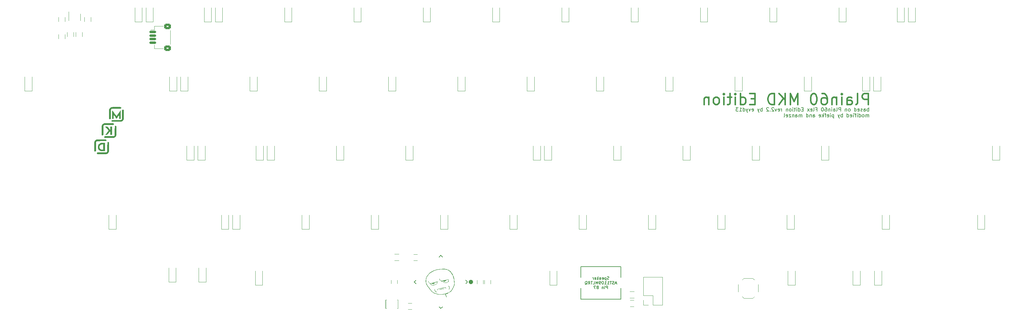
<source format=gbo>
G04 #@! TF.GenerationSoftware,KiCad,Pcbnew,(5.99.0-11336-g5116fa6d12)*
G04 #@! TF.CreationDate,2021-07-24T21:06:12+02:00*
G04 #@! TF.ProjectId,plain60-flex-mkd-ansi,706c6169-6e36-4302-9d66-6c65782d6d6b,rev?*
G04 #@! TF.SameCoordinates,Original*
G04 #@! TF.FileFunction,Legend,Bot*
G04 #@! TF.FilePolarity,Positive*
%FSLAX46Y46*%
G04 Gerber Fmt 4.6, Leading zero omitted, Abs format (unit mm)*
G04 Created by KiCad (PCBNEW (5.99.0-11336-g5116fa6d12)) date 2021-07-24 21:06:12*
%MOMM*%
%LPD*%
G01*
G04 APERTURE LIST*
G04 Aperture macros list*
%AMRoundRect*
0 Rectangle with rounded corners*
0 $1 Rounding radius*
0 $2 $3 $4 $5 $6 $7 $8 $9 X,Y pos of 4 corners*
0 Add a 4 corners polygon primitive as box body*
4,1,4,$2,$3,$4,$5,$6,$7,$8,$9,$2,$3,0*
0 Add four circle primitives for the rounded corners*
1,1,$1+$1,$2,$3*
1,1,$1+$1,$4,$5*
1,1,$1+$1,$6,$7*
1,1,$1+$1,$8,$9*
0 Add four rect primitives between the rounded corners*
20,1,$1+$1,$2,$3,$4,$5,0*
20,1,$1+$1,$4,$5,$6,$7,0*
20,1,$1+$1,$6,$7,$8,$9,0*
20,1,$1+$1,$8,$9,$2,$3,0*%
%AMRotRect*
0 Rectangle, with rotation*
0 The origin of the aperture is its center*
0 $1 length*
0 $2 width*
0 $3 Rotation angle, in degrees counterclockwise*
0 Add horizontal line*
21,1,$1,$2,0,0,$3*%
G04 Aperture macros list end*
%ADD10C,0.400000*%
%ADD11C,0.150000*%
%ADD12C,0.120000*%
%ADD13C,2.286000*%
%ADD14C,1.701800*%
%ADD15C,3.987800*%
%ADD16C,3.048000*%
%ADD17O,7.500000X3.000000*%
%ADD18O,5.500000X3.000000*%
%ADD19R,1.200000X0.900000*%
%ADD20RotRect,1.500000X0.550000X135.000000*%
%ADD21RotRect,1.500000X0.550000X45.000000*%
%ADD22R,0.400000X2.000000*%
%ADD23R,1.700000X1.000000*%
%ADD24R,1.200000X1.300000*%
%ADD25C,2.000000*%
%ADD26R,1.300000X1.200000*%
%ADD27C,0.650000*%
%ADD28R,0.600000X1.450000*%
%ADD29R,0.300000X1.450000*%
%ADD30O,1.000000X2.100000*%
%ADD31O,1.000000X1.600000*%
%ADD32R,1.200000X1.250000*%
%ADD33R,1.250000X1.200000*%
%ADD34R,0.600000X1.200000*%
%ADD35R,1.700000X1.700000*%
%ADD36O,1.700000X1.700000*%
%ADD37R,2.500000X2.500000*%
%ADD38RoundRect,0.150000X0.775000X-0.150000X0.775000X0.150000X-0.775000X0.150000X-0.775000X-0.150000X0*%
%ADD39RoundRect,0.332800X0.567200X-0.467200X0.567200X0.467200X-0.567200X0.467200X-0.567200X-0.467200X0*%
G04 APERTURE END LIST*
D10*
X237205001Y-36527203D02*
X237205001Y-33527203D01*
X236062144Y-33527203D01*
X235776429Y-33670061D01*
X235633572Y-33812918D01*
X235490715Y-34098632D01*
X235490715Y-34527203D01*
X235633572Y-34812918D01*
X235776429Y-34955775D01*
X236062144Y-35098632D01*
X237205001Y-35098632D01*
X233776429Y-36527203D02*
X234062144Y-36384346D01*
X234205001Y-36098632D01*
X234205001Y-33527203D01*
X231347858Y-36527203D02*
X231347858Y-34955775D01*
X231490715Y-34670061D01*
X231776429Y-34527203D01*
X232347858Y-34527203D01*
X232633572Y-34670061D01*
X231347858Y-36384346D02*
X231633572Y-36527203D01*
X232347858Y-36527203D01*
X232633572Y-36384346D01*
X232776429Y-36098632D01*
X232776429Y-35812918D01*
X232633572Y-35527203D01*
X232347858Y-35384346D01*
X231633572Y-35384346D01*
X231347858Y-35241489D01*
X229919287Y-36527203D02*
X229919287Y-34527203D01*
X229919287Y-33527203D02*
X230062144Y-33670061D01*
X229919287Y-33812918D01*
X229776429Y-33670061D01*
X229919287Y-33527203D01*
X229919287Y-33812918D01*
X228490715Y-34527203D02*
X228490715Y-36527203D01*
X228490715Y-34812918D02*
X228347858Y-34670061D01*
X228062144Y-34527203D01*
X227633572Y-34527203D01*
X227347858Y-34670061D01*
X227205001Y-34955775D01*
X227205001Y-36527203D01*
X224490715Y-33527203D02*
X225062144Y-33527203D01*
X225347858Y-33670061D01*
X225490715Y-33812918D01*
X225776429Y-34241489D01*
X225919287Y-34812918D01*
X225919287Y-35955775D01*
X225776429Y-36241489D01*
X225633572Y-36384346D01*
X225347858Y-36527203D01*
X224776429Y-36527203D01*
X224490715Y-36384346D01*
X224347858Y-36241489D01*
X224205001Y-35955775D01*
X224205001Y-35241489D01*
X224347858Y-34955775D01*
X224490715Y-34812918D01*
X224776429Y-34670061D01*
X225347858Y-34670061D01*
X225633572Y-34812918D01*
X225776429Y-34955775D01*
X225919287Y-35241489D01*
X222347858Y-33527203D02*
X222062144Y-33527203D01*
X221776429Y-33670061D01*
X221633572Y-33812918D01*
X221490715Y-34098632D01*
X221347858Y-34670061D01*
X221347858Y-35384346D01*
X221490715Y-35955775D01*
X221633572Y-36241489D01*
X221776429Y-36384346D01*
X222062144Y-36527203D01*
X222347858Y-36527203D01*
X222633572Y-36384346D01*
X222776429Y-36241489D01*
X222919287Y-35955775D01*
X223062144Y-35384346D01*
X223062144Y-34670061D01*
X222919287Y-34098632D01*
X222776429Y-33812918D01*
X222633572Y-33670061D01*
X222347858Y-33527203D01*
X217776429Y-36527203D02*
X217776429Y-33527203D01*
X216776429Y-35670061D01*
X215776429Y-33527203D01*
X215776429Y-36527203D01*
X214347858Y-36527203D02*
X214347858Y-33527203D01*
X212633572Y-36527203D02*
X213919287Y-34812918D01*
X212633572Y-33527203D02*
X214347858Y-35241489D01*
X211347858Y-36527203D02*
X211347858Y-33527203D01*
X210633572Y-33527203D01*
X210205001Y-33670061D01*
X209919287Y-33955775D01*
X209776429Y-34241489D01*
X209633572Y-34812918D01*
X209633572Y-35241489D01*
X209776429Y-35812918D01*
X209919287Y-36098632D01*
X210205001Y-36384346D01*
X210633572Y-36527203D01*
X211347858Y-36527203D01*
X206062144Y-34955775D02*
X205062144Y-34955775D01*
X204633572Y-36527203D02*
X206062144Y-36527203D01*
X206062144Y-33527203D01*
X204633572Y-33527203D01*
X202062144Y-36527203D02*
X202062144Y-33527203D01*
X202062144Y-36384346D02*
X202347858Y-36527203D01*
X202919287Y-36527203D01*
X203205001Y-36384346D01*
X203347858Y-36241489D01*
X203490715Y-35955775D01*
X203490715Y-35098632D01*
X203347858Y-34812918D01*
X203205001Y-34670061D01*
X202919287Y-34527203D01*
X202347858Y-34527203D01*
X202062144Y-34670061D01*
X200633572Y-36527203D02*
X200633572Y-34527203D01*
X200633572Y-33527203D02*
X200776429Y-33670061D01*
X200633572Y-33812918D01*
X200490715Y-33670061D01*
X200633572Y-33527203D01*
X200633572Y-33812918D01*
X199633572Y-34527203D02*
X198490715Y-34527203D01*
X199205001Y-33527203D02*
X199205001Y-36098632D01*
X199062144Y-36384346D01*
X198776429Y-36527203D01*
X198490715Y-36527203D01*
X197490715Y-36527203D02*
X197490715Y-34527203D01*
X197490715Y-33527203D02*
X197633572Y-33670061D01*
X197490715Y-33812918D01*
X197347858Y-33670061D01*
X197490715Y-33527203D01*
X197490715Y-33812918D01*
X195633572Y-36527203D02*
X195919287Y-36384346D01*
X196062144Y-36241489D01*
X196205001Y-35955775D01*
X196205001Y-35098632D01*
X196062144Y-34812918D01*
X195919287Y-34670061D01*
X195633572Y-34527203D01*
X195205001Y-34527203D01*
X194919287Y-34670061D01*
X194776429Y-34812918D01*
X194633572Y-35098632D01*
X194633572Y-35955775D01*
X194776429Y-36241489D01*
X194919287Y-36384346D01*
X195205001Y-36527203D01*
X195633572Y-36527203D01*
X193347858Y-34527203D02*
X193347858Y-36527203D01*
X193347858Y-34812918D02*
X193205001Y-34670061D01*
X192919287Y-34527203D01*
X192490715Y-34527203D01*
X192205001Y-34670061D01*
X192062144Y-34955775D01*
X192062144Y-36527203D01*
D11*
X237343691Y-38407441D02*
X237343691Y-37407441D01*
X237343691Y-37788394D02*
X237248453Y-37740775D01*
X237057977Y-37740775D01*
X236962739Y-37788394D01*
X236915120Y-37836013D01*
X236867501Y-37931251D01*
X236867501Y-38216965D01*
X236915120Y-38312203D01*
X236962739Y-38359822D01*
X237057977Y-38407441D01*
X237248453Y-38407441D01*
X237343691Y-38359822D01*
X236010358Y-38407441D02*
X236010358Y-37883632D01*
X236057977Y-37788394D01*
X236153215Y-37740775D01*
X236343691Y-37740775D01*
X236438929Y-37788394D01*
X236010358Y-38359822D02*
X236105596Y-38407441D01*
X236343691Y-38407441D01*
X236438929Y-38359822D01*
X236486548Y-38264584D01*
X236486548Y-38169346D01*
X236438929Y-38074108D01*
X236343691Y-38026489D01*
X236105596Y-38026489D01*
X236010358Y-37978870D01*
X235581787Y-38359822D02*
X235486548Y-38407441D01*
X235296072Y-38407441D01*
X235200834Y-38359822D01*
X235153215Y-38264584D01*
X235153215Y-38216965D01*
X235200834Y-38121727D01*
X235296072Y-38074108D01*
X235438929Y-38074108D01*
X235534167Y-38026489D01*
X235581787Y-37931251D01*
X235581787Y-37883632D01*
X235534167Y-37788394D01*
X235438929Y-37740775D01*
X235296072Y-37740775D01*
X235200834Y-37788394D01*
X234343691Y-38359822D02*
X234438929Y-38407441D01*
X234629406Y-38407441D01*
X234724644Y-38359822D01*
X234772263Y-38264584D01*
X234772263Y-37883632D01*
X234724644Y-37788394D01*
X234629406Y-37740775D01*
X234438929Y-37740775D01*
X234343691Y-37788394D01*
X234296072Y-37883632D01*
X234296072Y-37978870D01*
X234772263Y-38074108D01*
X233438929Y-38407441D02*
X233438929Y-37407441D01*
X233438929Y-38359822D02*
X233534167Y-38407441D01*
X233724644Y-38407441D01*
X233819882Y-38359822D01*
X233867501Y-38312203D01*
X233915120Y-38216965D01*
X233915120Y-37931251D01*
X233867501Y-37836013D01*
X233819882Y-37788394D01*
X233724644Y-37740775D01*
X233534167Y-37740775D01*
X233438929Y-37788394D01*
X232057977Y-38407441D02*
X232153215Y-38359822D01*
X232200834Y-38312203D01*
X232248453Y-38216965D01*
X232248453Y-37931251D01*
X232200834Y-37836013D01*
X232153215Y-37788394D01*
X232057977Y-37740775D01*
X231915120Y-37740775D01*
X231819882Y-37788394D01*
X231772263Y-37836013D01*
X231724644Y-37931251D01*
X231724644Y-38216965D01*
X231772263Y-38312203D01*
X231819882Y-38359822D01*
X231915120Y-38407441D01*
X232057977Y-38407441D01*
X231296072Y-37740775D02*
X231296072Y-38407441D01*
X231296072Y-37836013D02*
X231248453Y-37788394D01*
X231153215Y-37740775D01*
X231010358Y-37740775D01*
X230915120Y-37788394D01*
X230867501Y-37883632D01*
X230867501Y-38407441D01*
X229629406Y-38407441D02*
X229629406Y-37407441D01*
X229248453Y-37407441D01*
X229153215Y-37455061D01*
X229105596Y-37502680D01*
X229057977Y-37597918D01*
X229057977Y-37740775D01*
X229105596Y-37836013D01*
X229153215Y-37883632D01*
X229248453Y-37931251D01*
X229629406Y-37931251D01*
X228486548Y-38407441D02*
X228581787Y-38359822D01*
X228629406Y-38264584D01*
X228629406Y-37407441D01*
X227677025Y-38407441D02*
X227677025Y-37883632D01*
X227724644Y-37788394D01*
X227819882Y-37740775D01*
X228010358Y-37740775D01*
X228105596Y-37788394D01*
X227677025Y-38359822D02*
X227772263Y-38407441D01*
X228010358Y-38407441D01*
X228105596Y-38359822D01*
X228153215Y-38264584D01*
X228153215Y-38169346D01*
X228105596Y-38074108D01*
X228010358Y-38026489D01*
X227772263Y-38026489D01*
X227677025Y-37978870D01*
X227200834Y-38407441D02*
X227200834Y-37740775D01*
X227200834Y-37407441D02*
X227248453Y-37455061D01*
X227200834Y-37502680D01*
X227153215Y-37455061D01*
X227200834Y-37407441D01*
X227200834Y-37502680D01*
X226724644Y-37740775D02*
X226724644Y-38407441D01*
X226724644Y-37836013D02*
X226677025Y-37788394D01*
X226581787Y-37740775D01*
X226438929Y-37740775D01*
X226343691Y-37788394D01*
X226296072Y-37883632D01*
X226296072Y-38407441D01*
X225391310Y-37407441D02*
X225581787Y-37407441D01*
X225677025Y-37455061D01*
X225724644Y-37502680D01*
X225819882Y-37645537D01*
X225867501Y-37836013D01*
X225867501Y-38216965D01*
X225819882Y-38312203D01*
X225772263Y-38359822D01*
X225677025Y-38407441D01*
X225486548Y-38407441D01*
X225391310Y-38359822D01*
X225343691Y-38312203D01*
X225296072Y-38216965D01*
X225296072Y-37978870D01*
X225343691Y-37883632D01*
X225391310Y-37836013D01*
X225486548Y-37788394D01*
X225677025Y-37788394D01*
X225772263Y-37836013D01*
X225819882Y-37883632D01*
X225867501Y-37978870D01*
X224677025Y-37407441D02*
X224581787Y-37407441D01*
X224486548Y-37455061D01*
X224438929Y-37502680D01*
X224391310Y-37597918D01*
X224343691Y-37788394D01*
X224343691Y-38026489D01*
X224391310Y-38216965D01*
X224438929Y-38312203D01*
X224486548Y-38359822D01*
X224581787Y-38407441D01*
X224677025Y-38407441D01*
X224772263Y-38359822D01*
X224819882Y-38312203D01*
X224867501Y-38216965D01*
X224915120Y-38026489D01*
X224915120Y-37788394D01*
X224867501Y-37597918D01*
X224819882Y-37502680D01*
X224772263Y-37455061D01*
X224677025Y-37407441D01*
X222819882Y-37883632D02*
X223153215Y-37883632D01*
X223153215Y-38407441D02*
X223153215Y-37407441D01*
X222677025Y-37407441D01*
X222153215Y-38407441D02*
X222248453Y-38359822D01*
X222296072Y-38264584D01*
X222296072Y-37407441D01*
X221391310Y-38359822D02*
X221486548Y-38407441D01*
X221677025Y-38407441D01*
X221772263Y-38359822D01*
X221819882Y-38264584D01*
X221819882Y-37883632D01*
X221772263Y-37788394D01*
X221677025Y-37740775D01*
X221486548Y-37740775D01*
X221391310Y-37788394D01*
X221343691Y-37883632D01*
X221343691Y-37978870D01*
X221819882Y-38074108D01*
X221010358Y-38407441D02*
X220486548Y-37740775D01*
X221010358Y-37740775D02*
X220486548Y-38407441D01*
X219343691Y-37883632D02*
X219010358Y-37883632D01*
X218867501Y-38407441D02*
X219343691Y-38407441D01*
X219343691Y-37407441D01*
X218867501Y-37407441D01*
X218010358Y-38407441D02*
X218010358Y-37407441D01*
X218010358Y-38359822D02*
X218105596Y-38407441D01*
X218296072Y-38407441D01*
X218391310Y-38359822D01*
X218438929Y-38312203D01*
X218486548Y-38216965D01*
X218486548Y-37931251D01*
X218438929Y-37836013D01*
X218391310Y-37788394D01*
X218296072Y-37740775D01*
X218105596Y-37740775D01*
X218010358Y-37788394D01*
X217534167Y-38407441D02*
X217534167Y-37740775D01*
X217534167Y-37407441D02*
X217581787Y-37455061D01*
X217534167Y-37502680D01*
X217486548Y-37455061D01*
X217534167Y-37407441D01*
X217534167Y-37502680D01*
X217200834Y-37740775D02*
X216819882Y-37740775D01*
X217057977Y-37407441D02*
X217057977Y-38264584D01*
X217010358Y-38359822D01*
X216915120Y-38407441D01*
X216819882Y-38407441D01*
X216486548Y-38407441D02*
X216486548Y-37740775D01*
X216486548Y-37407441D02*
X216534167Y-37455061D01*
X216486548Y-37502680D01*
X216438929Y-37455061D01*
X216486548Y-37407441D01*
X216486548Y-37502680D01*
X215867501Y-38407441D02*
X215962739Y-38359822D01*
X216010358Y-38312203D01*
X216057977Y-38216965D01*
X216057977Y-37931251D01*
X216010358Y-37836013D01*
X215962739Y-37788394D01*
X215867501Y-37740775D01*
X215724644Y-37740775D01*
X215629406Y-37788394D01*
X215581787Y-37836013D01*
X215534167Y-37931251D01*
X215534167Y-38216965D01*
X215581787Y-38312203D01*
X215629406Y-38359822D01*
X215724644Y-38407441D01*
X215867501Y-38407441D01*
X215105596Y-37740775D02*
X215105596Y-38407441D01*
X215105596Y-37836013D02*
X215057977Y-37788394D01*
X214962739Y-37740775D01*
X214819882Y-37740775D01*
X214724644Y-37788394D01*
X214677025Y-37883632D01*
X214677025Y-38407441D01*
X213438929Y-38407441D02*
X213438929Y-37740775D01*
X213438929Y-37931251D02*
X213391310Y-37836013D01*
X213343691Y-37788394D01*
X213248453Y-37740775D01*
X213153215Y-37740775D01*
X212438929Y-38359822D02*
X212534167Y-38407441D01*
X212724644Y-38407441D01*
X212819882Y-38359822D01*
X212867501Y-38264584D01*
X212867501Y-37883632D01*
X212819882Y-37788394D01*
X212724644Y-37740775D01*
X212534167Y-37740775D01*
X212438929Y-37788394D01*
X212391310Y-37883632D01*
X212391310Y-37978870D01*
X212867501Y-38074108D01*
X212057977Y-37740775D02*
X211819882Y-38407441D01*
X211581787Y-37740775D01*
X211248453Y-37502680D02*
X211200834Y-37455061D01*
X211105596Y-37407441D01*
X210867501Y-37407441D01*
X210772263Y-37455061D01*
X210724644Y-37502680D01*
X210677025Y-37597918D01*
X210677025Y-37693156D01*
X210724644Y-37836013D01*
X211296072Y-38407441D01*
X210677025Y-38407441D01*
X210248453Y-38312203D02*
X210200834Y-38359822D01*
X210248453Y-38407441D01*
X210296072Y-38359822D01*
X210248453Y-38312203D01*
X210248453Y-38407441D01*
X209819882Y-37502680D02*
X209772263Y-37455061D01*
X209677025Y-37407441D01*
X209438929Y-37407441D01*
X209343691Y-37455061D01*
X209296072Y-37502680D01*
X209248453Y-37597918D01*
X209248453Y-37693156D01*
X209296072Y-37836013D01*
X209867501Y-38407441D01*
X209248453Y-38407441D01*
X208057977Y-38407441D02*
X208057977Y-37407441D01*
X208057977Y-37788394D02*
X207962739Y-37740775D01*
X207772263Y-37740775D01*
X207677025Y-37788394D01*
X207629406Y-37836013D01*
X207581787Y-37931251D01*
X207581787Y-38216965D01*
X207629406Y-38312203D01*
X207677025Y-38359822D01*
X207772263Y-38407441D01*
X207962739Y-38407441D01*
X208057977Y-38359822D01*
X207248453Y-37740775D02*
X207010358Y-38407441D01*
X206772263Y-37740775D02*
X207010358Y-38407441D01*
X207105596Y-38645537D01*
X207153215Y-38693156D01*
X207248453Y-38740775D01*
X205248453Y-38359822D02*
X205343691Y-38407441D01*
X205534167Y-38407441D01*
X205629406Y-38359822D01*
X205677025Y-38264584D01*
X205677025Y-37883632D01*
X205629406Y-37788394D01*
X205534167Y-37740775D01*
X205343691Y-37740775D01*
X205248453Y-37788394D01*
X205200834Y-37883632D01*
X205200834Y-37978870D01*
X205677025Y-38074108D01*
X204867501Y-37740775D02*
X204629406Y-38407441D01*
X204391310Y-37740775D01*
X204105596Y-37740775D02*
X203867501Y-38407441D01*
X203629406Y-37740775D02*
X203867501Y-38407441D01*
X203962739Y-38645537D01*
X204010358Y-38693156D01*
X204105596Y-38740775D01*
X202819882Y-38407441D02*
X202819882Y-37407441D01*
X202819882Y-38359822D02*
X202915120Y-38407441D01*
X203105596Y-38407441D01*
X203200834Y-38359822D01*
X203248453Y-38312203D01*
X203296072Y-38216965D01*
X203296072Y-37931251D01*
X203248453Y-37836013D01*
X203200834Y-37788394D01*
X203105596Y-37740775D01*
X202915120Y-37740775D01*
X202819882Y-37788394D01*
X201819882Y-38407441D02*
X202391310Y-38407441D01*
X202105596Y-38407441D02*
X202105596Y-37407441D01*
X202200834Y-37550299D01*
X202296072Y-37645537D01*
X202391310Y-37693156D01*
X201486548Y-37407441D02*
X200867501Y-37407441D01*
X201200834Y-37788394D01*
X201057977Y-37788394D01*
X200962739Y-37836013D01*
X200915120Y-37883632D01*
X200867501Y-37978870D01*
X200867501Y-38216965D01*
X200915120Y-38312203D01*
X200962739Y-38359822D01*
X201057977Y-38407441D01*
X201343691Y-38407441D01*
X201438929Y-38359822D01*
X201486548Y-38312203D01*
X237343691Y-40017441D02*
X237343691Y-39350775D01*
X237343691Y-39446013D02*
X237296072Y-39398394D01*
X237200834Y-39350775D01*
X237057977Y-39350775D01*
X236962739Y-39398394D01*
X236915120Y-39493632D01*
X236915120Y-40017441D01*
X236915120Y-39493632D02*
X236867501Y-39398394D01*
X236772263Y-39350775D01*
X236629406Y-39350775D01*
X236534167Y-39398394D01*
X236486548Y-39493632D01*
X236486548Y-40017441D01*
X235867501Y-40017441D02*
X235962739Y-39969822D01*
X236010358Y-39922203D01*
X236057977Y-39826965D01*
X236057977Y-39541251D01*
X236010358Y-39446013D01*
X235962739Y-39398394D01*
X235867501Y-39350775D01*
X235724644Y-39350775D01*
X235629406Y-39398394D01*
X235581787Y-39446013D01*
X235534167Y-39541251D01*
X235534167Y-39826965D01*
X235581787Y-39922203D01*
X235629406Y-39969822D01*
X235724644Y-40017441D01*
X235867501Y-40017441D01*
X234677025Y-40017441D02*
X234677025Y-39017441D01*
X234677025Y-39969822D02*
X234772263Y-40017441D01*
X234962739Y-40017441D01*
X235057977Y-39969822D01*
X235105596Y-39922203D01*
X235153215Y-39826965D01*
X235153215Y-39541251D01*
X235105596Y-39446013D01*
X235057977Y-39398394D01*
X234962739Y-39350775D01*
X234772263Y-39350775D01*
X234677025Y-39398394D01*
X234200834Y-40017441D02*
X234200834Y-39350775D01*
X234200834Y-39017441D02*
X234248453Y-39065061D01*
X234200834Y-39112680D01*
X234153215Y-39065061D01*
X234200834Y-39017441D01*
X234200834Y-39112680D01*
X233867501Y-39350775D02*
X233486548Y-39350775D01*
X233724644Y-40017441D02*
X233724644Y-39160299D01*
X233677025Y-39065061D01*
X233581787Y-39017441D01*
X233486548Y-39017441D01*
X233153215Y-40017441D02*
X233153215Y-39350775D01*
X233153215Y-39017441D02*
X233200834Y-39065061D01*
X233153215Y-39112680D01*
X233105596Y-39065061D01*
X233153215Y-39017441D01*
X233153215Y-39112680D01*
X232296072Y-39969822D02*
X232391310Y-40017441D01*
X232581787Y-40017441D01*
X232677025Y-39969822D01*
X232724644Y-39874584D01*
X232724644Y-39493632D01*
X232677025Y-39398394D01*
X232581787Y-39350775D01*
X232391310Y-39350775D01*
X232296072Y-39398394D01*
X232248453Y-39493632D01*
X232248453Y-39588870D01*
X232724644Y-39684108D01*
X231391310Y-40017441D02*
X231391310Y-39017441D01*
X231391310Y-39969822D02*
X231486548Y-40017441D01*
X231677025Y-40017441D01*
X231772263Y-39969822D01*
X231819882Y-39922203D01*
X231867501Y-39826965D01*
X231867501Y-39541251D01*
X231819882Y-39446013D01*
X231772263Y-39398394D01*
X231677025Y-39350775D01*
X231486548Y-39350775D01*
X231391310Y-39398394D01*
X230153215Y-40017441D02*
X230153215Y-39017441D01*
X230153215Y-39398394D02*
X230057977Y-39350775D01*
X229867501Y-39350775D01*
X229772263Y-39398394D01*
X229724644Y-39446013D01*
X229677025Y-39541251D01*
X229677025Y-39826965D01*
X229724644Y-39922203D01*
X229772263Y-39969822D01*
X229867501Y-40017441D01*
X230057977Y-40017441D01*
X230153215Y-39969822D01*
X229343691Y-39350775D02*
X229105596Y-40017441D01*
X228867501Y-39350775D02*
X229105596Y-40017441D01*
X229200834Y-40255537D01*
X229248453Y-40303156D01*
X229343691Y-40350775D01*
X227724644Y-39350775D02*
X227724644Y-40350775D01*
X227724644Y-39398394D02*
X227629406Y-39350775D01*
X227438929Y-39350775D01*
X227343691Y-39398394D01*
X227296072Y-39446013D01*
X227248453Y-39541251D01*
X227248453Y-39826965D01*
X227296072Y-39922203D01*
X227343691Y-39969822D01*
X227438929Y-40017441D01*
X227629406Y-40017441D01*
X227724644Y-39969822D01*
X226819882Y-40017441D02*
X226819882Y-39350775D01*
X226819882Y-39017441D02*
X226867501Y-39065061D01*
X226819882Y-39112680D01*
X226772263Y-39065061D01*
X226819882Y-39017441D01*
X226819882Y-39112680D01*
X225962739Y-39969822D02*
X226057977Y-40017441D01*
X226248453Y-40017441D01*
X226343691Y-39969822D01*
X226391310Y-39874584D01*
X226391310Y-39493632D01*
X226343691Y-39398394D01*
X226248453Y-39350775D01*
X226057977Y-39350775D01*
X225962739Y-39398394D01*
X225915120Y-39493632D01*
X225915120Y-39588870D01*
X226391310Y-39684108D01*
X225629406Y-39350775D02*
X225248453Y-39350775D01*
X225486548Y-40017441D02*
X225486548Y-39160299D01*
X225438929Y-39065061D01*
X225343691Y-39017441D01*
X225248453Y-39017441D01*
X224915120Y-40017441D02*
X224915120Y-39017441D01*
X224819882Y-39636489D02*
X224534167Y-40017441D01*
X224534167Y-39350775D02*
X224915120Y-39731727D01*
X223724644Y-39969822D02*
X223819882Y-40017441D01*
X224010358Y-40017441D01*
X224105596Y-39969822D01*
X224153215Y-39874584D01*
X224153215Y-39493632D01*
X224105596Y-39398394D01*
X224010358Y-39350775D01*
X223819882Y-39350775D01*
X223724644Y-39398394D01*
X223677025Y-39493632D01*
X223677025Y-39588870D01*
X224153215Y-39684108D01*
X222057977Y-40017441D02*
X222057977Y-39493632D01*
X222105596Y-39398394D01*
X222200834Y-39350775D01*
X222391310Y-39350775D01*
X222486548Y-39398394D01*
X222057977Y-39969822D02*
X222153215Y-40017441D01*
X222391310Y-40017441D01*
X222486548Y-39969822D01*
X222534167Y-39874584D01*
X222534167Y-39779346D01*
X222486548Y-39684108D01*
X222391310Y-39636489D01*
X222153215Y-39636489D01*
X222057977Y-39588870D01*
X221581787Y-39350775D02*
X221581787Y-40017441D01*
X221581787Y-39446013D02*
X221534167Y-39398394D01*
X221438929Y-39350775D01*
X221296072Y-39350775D01*
X221200834Y-39398394D01*
X221153215Y-39493632D01*
X221153215Y-40017441D01*
X220248453Y-40017441D02*
X220248453Y-39017441D01*
X220248453Y-39969822D02*
X220343691Y-40017441D01*
X220534167Y-40017441D01*
X220629406Y-39969822D01*
X220677025Y-39922203D01*
X220724644Y-39826965D01*
X220724644Y-39541251D01*
X220677025Y-39446013D01*
X220629406Y-39398394D01*
X220534167Y-39350775D01*
X220343691Y-39350775D01*
X220248453Y-39398394D01*
X219010358Y-40017441D02*
X219010358Y-39350775D01*
X219010358Y-39446013D02*
X218962739Y-39398394D01*
X218867501Y-39350775D01*
X218724644Y-39350775D01*
X218629406Y-39398394D01*
X218581787Y-39493632D01*
X218581787Y-40017441D01*
X218581787Y-39493632D02*
X218534167Y-39398394D01*
X218438929Y-39350775D01*
X218296072Y-39350775D01*
X218200834Y-39398394D01*
X218153215Y-39493632D01*
X218153215Y-40017441D01*
X217248453Y-40017441D02*
X217248453Y-39493632D01*
X217296072Y-39398394D01*
X217391310Y-39350775D01*
X217581787Y-39350775D01*
X217677025Y-39398394D01*
X217248453Y-39969822D02*
X217343691Y-40017441D01*
X217581787Y-40017441D01*
X217677025Y-39969822D01*
X217724644Y-39874584D01*
X217724644Y-39779346D01*
X217677025Y-39684108D01*
X217581787Y-39636489D01*
X217343691Y-39636489D01*
X217248453Y-39588870D01*
X216772263Y-39350775D02*
X216772263Y-40017441D01*
X216772263Y-39446013D02*
X216724644Y-39398394D01*
X216629406Y-39350775D01*
X216486548Y-39350775D01*
X216391310Y-39398394D01*
X216343691Y-39493632D01*
X216343691Y-40017441D01*
X215962739Y-39350775D02*
X215438929Y-39350775D01*
X215962739Y-40017441D01*
X215438929Y-40017441D01*
X214677025Y-39969822D02*
X214772263Y-40017441D01*
X214962739Y-40017441D01*
X215057977Y-39969822D01*
X215105596Y-39874584D01*
X215105596Y-39493632D01*
X215057977Y-39398394D01*
X214962739Y-39350775D01*
X214772263Y-39350775D01*
X214677025Y-39398394D01*
X214629406Y-39493632D01*
X214629406Y-39588870D01*
X215105596Y-39684108D01*
X214057977Y-40017441D02*
X214153215Y-39969822D01*
X214200834Y-39874584D01*
X214200834Y-39017441D01*
X165920598Y-84760881D02*
X165806313Y-84798976D01*
X165615836Y-84798976D01*
X165539646Y-84760881D01*
X165501551Y-84722786D01*
X165463455Y-84646595D01*
X165463455Y-84570405D01*
X165501551Y-84494214D01*
X165539646Y-84456119D01*
X165615836Y-84418024D01*
X165768217Y-84379929D01*
X165844408Y-84341833D01*
X165882503Y-84303738D01*
X165920598Y-84227548D01*
X165920598Y-84151357D01*
X165882503Y-84075167D01*
X165844408Y-84037072D01*
X165768217Y-83998976D01*
X165577741Y-83998976D01*
X165463455Y-84037072D01*
X165120598Y-84265643D02*
X165120598Y-85065643D01*
X165120598Y-84303738D02*
X165044408Y-84265643D01*
X164892027Y-84265643D01*
X164815836Y-84303738D01*
X164777741Y-84341833D01*
X164739646Y-84418024D01*
X164739646Y-84646595D01*
X164777741Y-84722786D01*
X164815836Y-84760881D01*
X164892027Y-84798976D01*
X165044408Y-84798976D01*
X165120598Y-84760881D01*
X164092027Y-84760881D02*
X164168217Y-84798976D01*
X164320598Y-84798976D01*
X164396789Y-84760881D01*
X164434884Y-84684691D01*
X164434884Y-84379929D01*
X164396789Y-84303738D01*
X164320598Y-84265643D01*
X164168217Y-84265643D01*
X164092027Y-84303738D01*
X164053932Y-84379929D01*
X164053932Y-84456119D01*
X164434884Y-84532310D01*
X163368217Y-84798976D02*
X163368217Y-84379929D01*
X163406313Y-84303738D01*
X163482503Y-84265643D01*
X163634884Y-84265643D01*
X163711074Y-84303738D01*
X163368217Y-84760881D02*
X163444408Y-84798976D01*
X163634884Y-84798976D01*
X163711074Y-84760881D01*
X163749170Y-84684691D01*
X163749170Y-84608500D01*
X163711074Y-84532310D01*
X163634884Y-84494214D01*
X163444408Y-84494214D01*
X163368217Y-84456119D01*
X162987265Y-84798976D02*
X162987265Y-83998976D01*
X162911074Y-84494214D02*
X162682503Y-84798976D01*
X162682503Y-84265643D02*
X162987265Y-84570405D01*
X162034884Y-84760881D02*
X162111074Y-84798976D01*
X162263455Y-84798976D01*
X162339646Y-84760881D01*
X162377741Y-84684691D01*
X162377741Y-84379929D01*
X162339646Y-84303738D01*
X162263455Y-84265643D01*
X162111074Y-84265643D01*
X162034884Y-84303738D01*
X161996789Y-84379929D01*
X161996789Y-84456119D01*
X162377741Y-84532310D01*
X161653932Y-84798976D02*
X161653932Y-84265643D01*
X161653932Y-84418024D02*
X161615836Y-84341833D01*
X161577741Y-84303738D01*
X161501551Y-84265643D01*
X161425360Y-84265643D01*
X168015836Y-85858405D02*
X167634884Y-85858405D01*
X168092027Y-86086976D02*
X167825360Y-85286976D01*
X167558694Y-86086976D01*
X167330122Y-86048881D02*
X167215836Y-86086976D01*
X167025360Y-86086976D01*
X166949170Y-86048881D01*
X166911075Y-86010786D01*
X166872979Y-85934595D01*
X166872979Y-85858405D01*
X166911075Y-85782214D01*
X166949170Y-85744119D01*
X167025360Y-85706024D01*
X167177741Y-85667929D01*
X167253932Y-85629833D01*
X167292027Y-85591738D01*
X167330122Y-85515548D01*
X167330122Y-85439357D01*
X167292027Y-85363167D01*
X167253932Y-85325072D01*
X167177741Y-85286976D01*
X166987265Y-85286976D01*
X166872979Y-85325072D01*
X166644408Y-85286976D02*
X166187265Y-85286976D01*
X166415836Y-86086976D02*
X166415836Y-85286976D01*
X165501551Y-86086976D02*
X165958694Y-86086976D01*
X165730122Y-86086976D02*
X165730122Y-85286976D01*
X165806313Y-85401262D01*
X165882503Y-85477452D01*
X165958694Y-85515548D01*
X164739646Y-86086976D02*
X165196789Y-86086976D01*
X164968217Y-86086976D02*
X164968217Y-85286976D01*
X165044408Y-85401262D01*
X165120598Y-85477452D01*
X165196789Y-85515548D01*
X164244408Y-85286976D02*
X164168217Y-85286976D01*
X164092027Y-85325072D01*
X164053932Y-85363167D01*
X164015836Y-85439357D01*
X163977741Y-85591738D01*
X163977741Y-85782214D01*
X164015836Y-85934595D01*
X164053932Y-86010786D01*
X164092027Y-86048881D01*
X164168217Y-86086976D01*
X164244408Y-86086976D01*
X164320598Y-86048881D01*
X164358694Y-86010786D01*
X164396789Y-85934595D01*
X164434884Y-85782214D01*
X164434884Y-85591738D01*
X164396789Y-85439357D01*
X164358694Y-85363167D01*
X164320598Y-85325072D01*
X164244408Y-85286976D01*
X163596789Y-86086976D02*
X163444408Y-86086976D01*
X163368217Y-86048881D01*
X163330122Y-86010786D01*
X163253932Y-85896500D01*
X163215836Y-85744119D01*
X163215836Y-85439357D01*
X163253932Y-85363167D01*
X163292027Y-85325072D01*
X163368217Y-85286976D01*
X163520598Y-85286976D01*
X163596789Y-85325072D01*
X163634884Y-85363167D01*
X163672979Y-85439357D01*
X163672979Y-85629833D01*
X163634884Y-85706024D01*
X163596789Y-85744119D01*
X163520598Y-85782214D01*
X163368217Y-85782214D01*
X163292027Y-85744119D01*
X163253932Y-85706024D01*
X163215836Y-85629833D01*
X162872979Y-86086976D02*
X162872979Y-85286976D01*
X162606313Y-85858405D01*
X162339646Y-85286976D01*
X162339646Y-86086976D01*
X161577741Y-86086976D02*
X161958694Y-86086976D01*
X161958694Y-85286976D01*
X161425360Y-85286976D02*
X160968217Y-85286976D01*
X161196789Y-86086976D02*
X161196789Y-85286976D01*
X160244408Y-86086976D02*
X160511075Y-85706024D01*
X160701551Y-86086976D02*
X160701551Y-85286976D01*
X160396789Y-85286976D01*
X160320598Y-85325072D01*
X160282503Y-85363167D01*
X160244408Y-85439357D01*
X160244408Y-85553643D01*
X160282503Y-85629833D01*
X160320598Y-85667929D01*
X160396789Y-85706024D01*
X160701551Y-85706024D01*
X159368217Y-86163167D02*
X159444408Y-86125072D01*
X159520598Y-86048881D01*
X159634884Y-85934595D01*
X159711075Y-85896500D01*
X159787265Y-85896500D01*
X159749170Y-86086976D02*
X159825360Y-86048881D01*
X159901551Y-85972691D01*
X159939646Y-85820310D01*
X159939646Y-85553643D01*
X159901551Y-85401262D01*
X159825360Y-85325072D01*
X159749170Y-85286976D01*
X159596789Y-85286976D01*
X159520598Y-85325072D01*
X159444408Y-85401262D01*
X159406313Y-85553643D01*
X159406313Y-85820310D01*
X159444408Y-85972691D01*
X159520598Y-86048881D01*
X159596789Y-86086976D01*
X159749170Y-86086976D01*
X165558694Y-87374976D02*
X165558694Y-86574976D01*
X165253932Y-86574976D01*
X165177741Y-86613072D01*
X165139646Y-86651167D01*
X165101551Y-86727357D01*
X165101551Y-86841643D01*
X165139646Y-86917833D01*
X165177741Y-86955929D01*
X165253932Y-86994024D01*
X165558694Y-86994024D01*
X164758694Y-87374976D02*
X164758694Y-86841643D01*
X164758694Y-86574976D02*
X164796789Y-86613072D01*
X164758694Y-86651167D01*
X164720598Y-86613072D01*
X164758694Y-86574976D01*
X164758694Y-86651167D01*
X164377741Y-86841643D02*
X164377741Y-87374976D01*
X164377741Y-86917833D02*
X164339646Y-86879738D01*
X164263455Y-86841643D01*
X164149170Y-86841643D01*
X164072979Y-86879738D01*
X164034884Y-86955929D01*
X164034884Y-87374976D01*
X162777741Y-86955929D02*
X162663455Y-86994024D01*
X162625360Y-87032119D01*
X162587265Y-87108310D01*
X162587265Y-87222595D01*
X162625360Y-87298786D01*
X162663455Y-87336881D01*
X162739646Y-87374976D01*
X163044408Y-87374976D01*
X163044408Y-86574976D01*
X162777741Y-86574976D01*
X162701551Y-86613072D01*
X162663455Y-86651167D01*
X162625360Y-86727357D01*
X162625360Y-86803548D01*
X162663455Y-86879738D01*
X162701551Y-86917833D01*
X162777741Y-86955929D01*
X163044408Y-86955929D01*
X162320598Y-86574976D02*
X161787265Y-86574976D01*
X162130122Y-87374976D01*
D12*
X238932417Y-86325561D02*
X238932417Y-82425561D01*
X240932417Y-86325561D02*
X240932417Y-82425561D01*
X240932417Y-86325561D02*
X238932417Y-86325561D01*
X215098619Y-86325561D02*
X215098619Y-82425561D01*
X217098619Y-86325561D02*
X215098619Y-86325561D01*
X217098619Y-86325561D02*
X217098619Y-82425561D01*
X149614189Y-86325561D02*
X149614189Y-82425561D01*
X151614189Y-86325561D02*
X151614189Y-82425561D01*
X151614189Y-86325561D02*
X149614189Y-86325561D01*
X70679287Y-86325561D02*
X70679287Y-82425561D01*
X68679287Y-86325561D02*
X68679287Y-82425561D01*
X70679287Y-86325561D02*
X68679287Y-86325561D01*
X269225000Y-70925000D02*
X269225000Y-67025000D01*
X269225000Y-70925000D02*
X267225000Y-70925000D01*
X267225000Y-70925000D02*
X267225000Y-67025000D01*
X243031460Y-70925056D02*
X241031460Y-70925056D01*
X241031460Y-70925056D02*
X241031460Y-67025056D01*
X243031460Y-70925056D02*
X243031460Y-67025056D01*
X214837500Y-70925000D02*
X214837500Y-67025000D01*
X216837500Y-70925000D02*
X214837500Y-70925000D01*
X216837500Y-70925000D02*
X216837500Y-67025000D01*
X197787500Y-70925000D02*
X195787500Y-70925000D01*
X197787500Y-70925000D02*
X197787500Y-67025000D01*
X195787500Y-70925000D02*
X195787500Y-67025000D01*
X140637500Y-70925000D02*
X138637500Y-70925000D01*
X140637500Y-70925000D02*
X140637500Y-67025000D01*
X138637500Y-70925000D02*
X138637500Y-67025000D01*
X100537500Y-70925000D02*
X100537500Y-67025000D01*
X102537500Y-70925000D02*
X102537500Y-67025000D01*
X102537500Y-70925000D02*
X100537500Y-70925000D01*
X81487500Y-70925000D02*
X81487500Y-67025000D01*
X83487500Y-70925000D02*
X81487500Y-70925000D01*
X83487500Y-70925000D02*
X83487500Y-67025000D01*
X221600000Y-32825000D02*
X221600000Y-28925000D01*
X221600000Y-32825000D02*
X219600000Y-32825000D01*
X219600000Y-32825000D02*
X219600000Y-28925000D01*
X224362500Y-51875000D02*
X224362500Y-47975000D01*
X226362500Y-51875000D02*
X226362500Y-47975000D01*
X226362500Y-51875000D02*
X224362500Y-51875000D01*
X48150000Y-32825000D02*
X48150000Y-28925000D01*
X50150000Y-32825000D02*
X50150000Y-28925000D01*
X50150000Y-32825000D02*
X48150000Y-32825000D01*
X183500000Y-32825000D02*
X183500000Y-28925000D01*
X183500000Y-32825000D02*
X181500000Y-32825000D01*
X181500000Y-32825000D02*
X181500000Y-28925000D01*
X207312500Y-51875000D02*
X207312500Y-47975000D01*
X207312500Y-51875000D02*
X205312500Y-51875000D01*
X205312500Y-51875000D02*
X205312500Y-47975000D01*
X110062500Y-51875000D02*
X110062500Y-47975000D01*
X112062500Y-51875000D02*
X110062500Y-51875000D01*
X112062500Y-51875000D02*
X112062500Y-47975000D01*
X52912500Y-51875000D02*
X52912500Y-47975000D01*
X54912500Y-51875000D02*
X52912500Y-51875000D01*
X54912500Y-51875000D02*
X54912500Y-47975000D01*
X188262500Y-51875000D02*
X186262500Y-51875000D01*
X186262500Y-51875000D02*
X186262500Y-47975000D01*
X188262500Y-51875000D02*
X188262500Y-47975000D01*
X145112500Y-51875000D02*
X145112500Y-47975000D01*
X147112500Y-51875000D02*
X147112500Y-47975000D01*
X147112500Y-51875000D02*
X145112500Y-51875000D01*
X49862500Y-51875000D02*
X49862500Y-47975000D01*
X51862500Y-51875000D02*
X49862500Y-51875000D01*
X51862500Y-51875000D02*
X51862500Y-47975000D01*
X71962500Y-51875000D02*
X71962500Y-47975000D01*
X73962500Y-51875000D02*
X73962500Y-47975000D01*
X73962500Y-51875000D02*
X71962500Y-51875000D01*
X105300000Y-32825000D02*
X105300000Y-28925000D01*
X107300000Y-32825000D02*
X105300000Y-32825000D01*
X107300000Y-32825000D02*
X107300000Y-28925000D01*
X200550000Y-32825000D02*
X200550000Y-28925000D01*
X202550000Y-32825000D02*
X200550000Y-32825000D01*
X202550000Y-32825000D02*
X202550000Y-28925000D01*
X126350000Y-32825000D02*
X126350000Y-28925000D01*
X124350000Y-32825000D02*
X124350000Y-28925000D01*
X126350000Y-32825000D02*
X124350000Y-32825000D01*
X162450000Y-32825000D02*
X162450000Y-28925000D01*
X164450000Y-32825000D02*
X164450000Y-28925000D01*
X164450000Y-32825000D02*
X162450000Y-32825000D01*
X148162500Y-51875000D02*
X148162500Y-47975000D01*
X150162500Y-51875000D02*
X148162500Y-51875000D01*
X150162500Y-51875000D02*
X150162500Y-47975000D01*
X91012500Y-51875000D02*
X91012500Y-47975000D01*
X93012500Y-51875000D02*
X93012500Y-47975000D01*
X93012500Y-51875000D02*
X91012500Y-51875000D01*
X61387500Y-70925000D02*
X61387500Y-67025000D01*
X61387500Y-70925000D02*
X59387500Y-70925000D01*
X59387500Y-70925000D02*
X59387500Y-67025000D01*
X159687500Y-70925000D02*
X157687500Y-70925000D01*
X159687500Y-70925000D02*
X159687500Y-67025000D01*
X157687500Y-70925000D02*
X157687500Y-67025000D01*
X273318700Y-51875000D02*
X271318700Y-51875000D01*
X271318700Y-51875000D02*
X271318700Y-47975000D01*
X273318700Y-51875000D02*
X273318700Y-47975000D01*
X44904299Y-85500061D02*
X44904299Y-81600061D01*
X46904299Y-85500061D02*
X46904299Y-81600061D01*
X46904299Y-85500061D02*
X44904299Y-85500061D01*
X169212500Y-51875000D02*
X169212500Y-47975000D01*
X167212500Y-51875000D02*
X167212500Y-47975000D01*
X169212500Y-51875000D02*
X167212500Y-51875000D01*
X86250000Y-32825000D02*
X86250000Y-28925000D01*
X88250000Y-32825000D02*
X86250000Y-32825000D01*
X88250000Y-32825000D02*
X88250000Y-28925000D01*
X240650000Y-32825000D02*
X238650000Y-32825000D01*
X240650000Y-32825000D02*
X240650000Y-28925000D01*
X238650000Y-32825000D02*
X238650000Y-28925000D01*
X70912500Y-51875000D02*
X70912500Y-47975000D01*
X68912500Y-51875000D02*
X68912500Y-47975000D01*
X70912500Y-51875000D02*
X68912500Y-51875000D01*
X145400000Y-32825000D02*
X145400000Y-28925000D01*
X143400000Y-32825000D02*
X143400000Y-28925000D01*
X145400000Y-32825000D02*
X143400000Y-32825000D01*
X178737500Y-70925000D02*
X178737500Y-67025000D01*
X178737500Y-70925000D02*
X176737500Y-70925000D01*
X176737500Y-70925000D02*
X176737500Y-67025000D01*
X119587500Y-70925000D02*
X119587500Y-67025000D01*
X121587500Y-70925000D02*
X121587500Y-67025000D01*
X121587500Y-70925000D02*
X119587500Y-70925000D01*
X69200000Y-32825000D02*
X67200000Y-32825000D01*
X67200000Y-32825000D02*
X67200000Y-28925000D01*
X69200000Y-32825000D02*
X69200000Y-28925000D01*
D11*
X127035640Y-85482325D02*
X126629054Y-85888911D01*
X119717085Y-78163770D02*
X119239788Y-78641067D01*
X119717085Y-92800880D02*
X119239788Y-92323583D01*
X112398530Y-85482325D02*
X112875827Y-85005028D01*
X128068723Y-85572128D02*
X127978921Y-85482325D01*
X112398530Y-85482325D02*
X112875827Y-85959622D01*
X119717085Y-92800880D02*
X120194382Y-92323583D01*
X119717085Y-78163770D02*
X120194382Y-78641067D01*
X127035640Y-85482325D02*
X126558343Y-85005028D01*
X128232921Y-85482325D02*
G75*
G03*
X128232921Y-85482325I-254000J0D01*
G01*
X128502556Y-85482325D02*
G75*
G03*
X128502556Y-85482325I-523635J0D01*
G01*
X128380531Y-85482325D02*
G75*
G03*
X128380531Y-85482325I-401610J0D01*
G01*
X128262902Y-85482325D02*
G75*
G03*
X128262902Y-85482325I-283981J0D01*
G01*
X128105922Y-85482325D02*
G75*
G03*
X128105922Y-85482325I-127001J0D01*
G01*
D12*
X107929287Y-92800061D02*
X107929287Y-90800061D01*
X104629287Y-92800061D02*
X104779287Y-92800061D01*
X104429287Y-90800061D02*
X104429287Y-90400061D01*
X104429287Y-92800061D02*
X104429287Y-90800061D01*
X107929287Y-90400061D02*
X107779287Y-90400061D01*
X107929287Y-90800061D02*
X107929287Y-90400061D01*
X104629287Y-90800061D02*
X104629287Y-90400061D01*
X104629287Y-90400061D02*
X104779287Y-90400061D01*
X104629287Y-90800061D02*
X104629287Y-92800061D01*
X107929287Y-92800061D02*
X107779287Y-92800061D01*
X205929287Y-89500061D02*
X205479287Y-89950061D01*
X205479287Y-89950061D02*
X202979287Y-89950061D01*
X205929287Y-84900061D02*
X205479287Y-84450061D01*
X201479287Y-86200061D02*
X201479287Y-88200061D01*
X205479287Y-84450061D02*
X202979287Y-84450061D01*
X202529287Y-89500061D02*
X202979287Y-89950061D01*
X206979287Y-86200061D02*
X206979287Y-88200061D01*
X202529287Y-84900061D02*
X202979287Y-84450061D01*
X108179287Y-77820061D02*
X106979287Y-77820061D01*
X106979287Y-79580061D02*
X108179287Y-79580061D01*
X173975000Y-13775000D02*
X173975000Y-9875000D01*
X171975000Y-13775000D02*
X171975000Y-9875000D01*
X173975000Y-13775000D02*
X171975000Y-13775000D01*
X154925000Y-13775000D02*
X152925000Y-13775000D01*
X152925000Y-13775000D02*
X152925000Y-9875000D01*
X154925000Y-13775000D02*
X154925000Y-9875000D01*
X231125000Y-13775000D02*
X231125000Y-9875000D01*
X231125000Y-13775000D02*
X229125000Y-13775000D01*
X229125000Y-13775000D02*
X229125000Y-9875000D01*
X191025000Y-13775000D02*
X191025000Y-9875000D01*
X193025000Y-13775000D02*
X193025000Y-9875000D01*
X193025000Y-13775000D02*
X191025000Y-13775000D01*
X247125000Y-13775000D02*
X245125000Y-13775000D01*
X247125000Y-13775000D02*
X247125000Y-9875000D01*
X245125000Y-13775000D02*
X245125000Y-9875000D01*
X47100000Y-32825000D02*
X45100000Y-32825000D01*
X45100000Y-32825000D02*
X45100000Y-28925000D01*
X47100000Y-32825000D02*
X47100000Y-28925000D01*
X7287500Y-32825000D02*
X7287500Y-28925000D01*
X5287500Y-32825000D02*
X5287500Y-28925000D01*
X7287500Y-32825000D02*
X5287500Y-32825000D01*
X212075000Y-13775000D02*
X210075000Y-13775000D01*
X212075000Y-13775000D02*
X212075000Y-9875000D01*
X210075000Y-13775000D02*
X210075000Y-9875000D01*
X114825000Y-13775000D02*
X114825000Y-9875000D01*
X116825000Y-13775000D02*
X116825000Y-9875000D01*
X116825000Y-13775000D02*
X114825000Y-13775000D01*
X56625000Y-13775000D02*
X56625000Y-9875000D01*
X54625000Y-13775000D02*
X54625000Y-9875000D01*
X56625000Y-13775000D02*
X54625000Y-13775000D01*
X78725000Y-13775000D02*
X76725000Y-13775000D01*
X78725000Y-13775000D02*
X78725000Y-9875000D01*
X76725000Y-13775000D02*
X76725000Y-9875000D01*
X133875000Y-13775000D02*
X133875000Y-9875000D01*
X135875000Y-13775000D02*
X135875000Y-9875000D01*
X135875000Y-13775000D02*
X133875000Y-13775000D01*
X97775000Y-13775000D02*
X95775000Y-13775000D01*
X95775000Y-13775000D02*
X95775000Y-9875000D01*
X97775000Y-13775000D02*
X97775000Y-9875000D01*
X59675000Y-13775000D02*
X59675000Y-9875000D01*
X57675000Y-13775000D02*
X57675000Y-9875000D01*
X59675000Y-13775000D02*
X57675000Y-13775000D01*
X232979287Y-86325561D02*
X232979287Y-82425561D01*
X234979287Y-86325561D02*
X232979287Y-86325561D01*
X234979287Y-86325561D02*
X234979287Y-82425561D01*
X16979390Y-16664077D02*
X16979390Y-17864077D01*
X18739390Y-17864077D02*
X18739390Y-16664077D01*
X64437500Y-70925000D02*
X62437500Y-70925000D01*
X62437500Y-70925000D02*
X62437500Y-67025000D01*
X64437500Y-70925000D02*
X64437500Y-67025000D01*
X110729287Y-91300061D02*
X111729287Y-91300061D01*
X111729287Y-93000061D02*
X110729287Y-93000061D01*
X129679287Y-86000061D02*
X129679287Y-85000061D01*
X131379287Y-85000061D02*
X131379287Y-86000061D01*
X30431250Y-70925000D02*
X28431250Y-70925000D01*
X28431250Y-70925000D02*
X28431250Y-67025000D01*
X30431250Y-70925000D02*
X30431250Y-67025000D01*
X237600000Y-32825000D02*
X235600000Y-32825000D01*
X235600000Y-32825000D02*
X235600000Y-28925000D01*
X237600000Y-32825000D02*
X237600000Y-28925000D01*
X14598138Y-17259390D02*
X14598138Y-18459390D01*
X16358138Y-18459390D02*
X16358138Y-17259390D01*
X37575000Y-13775000D02*
X37575000Y-9875000D01*
X37575000Y-13775000D02*
X35575000Y-13775000D01*
X35575000Y-13775000D02*
X35575000Y-9875000D01*
X19360642Y-16664077D02*
X19360642Y-17864077D01*
X21120642Y-17864077D02*
X21120642Y-16664077D01*
X172789287Y-92221313D02*
X171789287Y-92221313D01*
X171789287Y-90521313D02*
X172789287Y-90521313D01*
X107779287Y-84950061D02*
X107779287Y-85950061D01*
X106079287Y-85950061D02*
X106079287Y-84950061D01*
X172889287Y-88110061D02*
X171689287Y-88110061D01*
X171689287Y-89870061D02*
X172889287Y-89870061D01*
X23501894Y-13696886D02*
X23501894Y-12496886D01*
X21741894Y-12496886D02*
X21741894Y-13696886D01*
X38625000Y-13775000D02*
X38625000Y-9875000D01*
X40625000Y-13775000D02*
X40625000Y-9875000D01*
X40625000Y-13775000D02*
X38625000Y-13775000D01*
X55128819Y-85500061D02*
X53128819Y-85500061D01*
X55128819Y-85500061D02*
X55128819Y-81600061D01*
X53128819Y-85500061D02*
X53128819Y-81600061D01*
X20660016Y-11601573D02*
X20660016Y-13401573D01*
X17440016Y-13401573D02*
X17440016Y-10951573D01*
X177999287Y-89240061D02*
X177999287Y-91840061D01*
X175399287Y-91840061D02*
X176729287Y-91840061D01*
X175399287Y-84100061D02*
X180599287Y-84100061D01*
X177999287Y-91840061D02*
X180599287Y-91840061D01*
X175399287Y-89240061D02*
X177999287Y-89240061D01*
X175399287Y-89240061D02*
X175399287Y-84100061D01*
X175399287Y-90510061D02*
X175399287Y-91840061D01*
X180599287Y-91840061D02*
X180599287Y-84100061D01*
X16358138Y-13696886D02*
X16358138Y-12496886D01*
X14598138Y-12496886D02*
X14598138Y-13696886D01*
D11*
X158211075Y-81225072D02*
X158211075Y-84225072D01*
X169211075Y-81225072D02*
X158211075Y-81225072D01*
X169211075Y-90225072D02*
X169211075Y-87225072D01*
X158211075Y-90225072D02*
X169211075Y-90225072D01*
X169211075Y-84225072D02*
X169211075Y-81225072D01*
X158211075Y-87225072D02*
X158211075Y-90225072D01*
D12*
X133379287Y-85000061D02*
X133379287Y-86000061D01*
X131679287Y-86000061D02*
X131679287Y-85000061D01*
X112229287Y-77850061D02*
X113229287Y-77850061D01*
X113229287Y-79550061D02*
X112229287Y-79550061D01*
G36*
X120990749Y-86977951D02*
G01*
X121019973Y-86981770D01*
X121042883Y-86989433D01*
X121065360Y-87001202D01*
X121108062Y-87037795D01*
X121148070Y-87092625D01*
X121177393Y-87153162D01*
X121188779Y-87207296D01*
X121188771Y-87209018D01*
X121186665Y-87223769D01*
X121177650Y-87227697D01*
X121157131Y-87218912D01*
X121120515Y-87195525D01*
X121063207Y-87155644D01*
X120937634Y-87067151D01*
X120629453Y-87109124D01*
X120585504Y-87115166D01*
X120428547Y-87137953D01*
X120286123Y-87161040D01*
X120150841Y-87185943D01*
X120015309Y-87214179D01*
X119872137Y-87247265D01*
X119713933Y-87286716D01*
X119533305Y-87334051D01*
X119447448Y-87356728D01*
X119331781Y-87386682D01*
X119222122Y-87414445D01*
X119124510Y-87438512D01*
X119044985Y-87457379D01*
X118989585Y-87469540D01*
X118845837Y-87498436D01*
X118835778Y-87561687D01*
X118834613Y-87568817D01*
X118823104Y-87630136D01*
X118809915Y-87690272D01*
X118803106Y-87714938D01*
X118788706Y-87743374D01*
X118771048Y-87746756D01*
X118760236Y-87740814D01*
X118736172Y-87704003D01*
X118725568Y-87639181D01*
X118728461Y-87546519D01*
X118738708Y-87433435D01*
X119183984Y-87313075D01*
X119430972Y-87247313D01*
X119652848Y-87190518D01*
X119852363Y-87142192D01*
X120033163Y-87101596D01*
X120198893Y-87067992D01*
X120353197Y-87040639D01*
X120499720Y-87018800D01*
X120642108Y-87001736D01*
X120784006Y-86988707D01*
X120806394Y-86986951D01*
X120889839Y-86980803D01*
X120949331Y-86977716D01*
X120990749Y-86977951D01*
G37*
G36*
X118088117Y-87353322D02*
G01*
X118112479Y-87384648D01*
X118116512Y-87413173D01*
X118116446Y-87413342D01*
X118108743Y-87440593D01*
X118097809Y-87488258D01*
X118085987Y-87546127D01*
X118079427Y-87582240D01*
X118073120Y-87635252D01*
X118075228Y-87675663D01*
X118085734Y-87715011D01*
X118089346Y-87725094D01*
X118122100Y-87793573D01*
X118170815Y-87862103D01*
X118239400Y-87935506D01*
X118331762Y-88018604D01*
X118398200Y-88076374D01*
X118463028Y-88137948D01*
X118510310Y-88191311D01*
X118544643Y-88241773D01*
X118570623Y-88294645D01*
X118595034Y-88353070D01*
X118550912Y-88330253D01*
X118506345Y-88304020D01*
X118430181Y-88249304D01*
X118346940Y-88180478D01*
X118262091Y-88102852D01*
X118181101Y-88021739D01*
X118109438Y-87942449D01*
X118052569Y-87870294D01*
X118015961Y-87810584D01*
X117988566Y-87723945D01*
X117978996Y-87620541D01*
X117988013Y-87512100D01*
X118015625Y-87408780D01*
X118050165Y-87317668D01*
X118088117Y-87353322D01*
G37*
G36*
X123492832Y-86032600D02*
G01*
X123491237Y-86107169D01*
X123488366Y-86165742D01*
X123483910Y-86213086D01*
X123477560Y-86253966D01*
X123469007Y-86293149D01*
X123457944Y-86335400D01*
X123438666Y-86401888D01*
X123399086Y-86520524D01*
X123349737Y-86648703D01*
X123288862Y-86790632D01*
X123214708Y-86950519D01*
X123125521Y-87132569D01*
X123082752Y-87217066D01*
X122986963Y-87397603D01*
X122896573Y-87554180D01*
X122808835Y-87690936D01*
X122721005Y-87812008D01*
X122630335Y-87921533D01*
X122534080Y-88023648D01*
X122530050Y-88027663D01*
X122390726Y-88157115D01*
X122243907Y-88274727D01*
X122085643Y-88382800D01*
X121911984Y-88483632D01*
X121718977Y-88579525D01*
X121502672Y-88672776D01*
X121259117Y-88765686D01*
X121235582Y-88774220D01*
X121164450Y-88800275D01*
X121106326Y-88821960D01*
X121066682Y-88837215D01*
X121050994Y-88843982D01*
X121052658Y-88853003D01*
X121064084Y-88885660D01*
X121083901Y-88936190D01*
X121109755Y-88998401D01*
X121136120Y-89061731D01*
X121189532Y-89200615D01*
X121231420Y-89325745D01*
X121260375Y-89432703D01*
X121274991Y-89517073D01*
X121279146Y-89557589D01*
X121285503Y-89613540D01*
X121290732Y-89653031D01*
X121292942Y-89674727D01*
X121284412Y-89692322D01*
X121253385Y-89696015D01*
X121249666Y-89695986D01*
X121222196Y-89690956D01*
X121205026Y-89671563D01*
X121190354Y-89629584D01*
X121174294Y-89575317D01*
X121146510Y-89486383D01*
X121114399Y-89387658D01*
X121080220Y-89285751D01*
X121046230Y-89187275D01*
X121014687Y-89098838D01*
X120987849Y-89027051D01*
X120967974Y-88978525D01*
X120922856Y-88878450D01*
X120754925Y-88888454D01*
X120734032Y-88889868D01*
X120658630Y-88896430D01*
X120562216Y-88906307D01*
X120452068Y-88918691D01*
X120335461Y-88932776D01*
X120219671Y-88947757D01*
X120208525Y-88949250D01*
X120073510Y-88966599D01*
X119959530Y-88979388D01*
X119857481Y-88988286D01*
X119758264Y-88993963D01*
X119652776Y-88997087D01*
X119531917Y-88998328D01*
X119464598Y-88998402D01*
X119358268Y-88997105D01*
X119265452Y-88993139D01*
X119179966Y-88985530D01*
X119095623Y-88973302D01*
X119006238Y-88955481D01*
X118905624Y-88931092D01*
X118787597Y-88899159D01*
X118645970Y-88858710D01*
X118531240Y-88824720D01*
X118292694Y-88747906D01*
X118079888Y-88669282D01*
X117889019Y-88586597D01*
X117716281Y-88497598D01*
X117557871Y-88400031D01*
X117409985Y-88291646D01*
X117268817Y-88170188D01*
X117130563Y-88033405D01*
X116991419Y-87879045D01*
X116933305Y-87809654D01*
X116855269Y-87713138D01*
X116765826Y-87599915D01*
X116668477Y-87474588D01*
X116566724Y-87341759D01*
X116464066Y-87206030D01*
X116364006Y-87072004D01*
X116270044Y-86944284D01*
X116185681Y-86827472D01*
X116114419Y-86726169D01*
X116068313Y-86658889D01*
X115958828Y-86493612D01*
X115867193Y-86345681D01*
X115791107Y-86210877D01*
X115728271Y-86084981D01*
X115676386Y-85963772D01*
X115633151Y-85843031D01*
X115614982Y-85774530D01*
X115595437Y-85663442D01*
X115580598Y-85532369D01*
X115570854Y-85387512D01*
X115566593Y-85235074D01*
X115567391Y-85158917D01*
X115686624Y-85158917D01*
X115688412Y-85320052D01*
X115696481Y-85474305D01*
X115710799Y-85615734D01*
X115731331Y-85738396D01*
X115758043Y-85836349D01*
X115793049Y-85924757D01*
X115863504Y-86072416D01*
X115956009Y-86240141D01*
X116070074Y-86427194D01*
X116205209Y-86632836D01*
X116360922Y-86856328D01*
X116536723Y-87096930D01*
X116732122Y-87353903D01*
X116946626Y-87626508D01*
X117062109Y-87766321D01*
X117241133Y-87963458D01*
X117417754Y-88133150D01*
X117594105Y-88277394D01*
X117772323Y-88398184D01*
X117814083Y-88421516D01*
X117901961Y-88463529D01*
X118012307Y-88510300D01*
X118140293Y-88560145D01*
X118281092Y-88611377D01*
X118429874Y-88662314D01*
X118581813Y-88711271D01*
X118732080Y-88756563D01*
X118875847Y-88796505D01*
X119008287Y-88829414D01*
X119046812Y-88838113D01*
X119111422Y-88851332D01*
X119171392Y-88860911D01*
X119233902Y-88867522D01*
X119306132Y-88871839D01*
X119395261Y-88874533D01*
X119508471Y-88876279D01*
X119518030Y-88876387D01*
X119617093Y-88877124D01*
X119708235Y-88877139D01*
X119785622Y-88876479D01*
X119843419Y-88875192D01*
X119875794Y-88873323D01*
X119903940Y-88869893D01*
X120027310Y-88854356D01*
X120159569Y-88837004D01*
X120295728Y-88818553D01*
X120430799Y-88799714D01*
X120559794Y-88781202D01*
X120677723Y-88763730D01*
X120779600Y-88748011D01*
X120860435Y-88734758D01*
X120915240Y-88724685D01*
X120966576Y-88713565D01*
X121186748Y-88654262D01*
X121412354Y-88576390D01*
X121634271Y-88483679D01*
X121843382Y-88379857D01*
X122030565Y-88268654D01*
X122067949Y-88243816D01*
X122220214Y-88134985D01*
X122356740Y-88022822D01*
X122480731Y-87903442D01*
X122595388Y-87772956D01*
X122703916Y-87627479D01*
X122809517Y-87463124D01*
X122915395Y-87276003D01*
X123024752Y-87062231D01*
X123043078Y-87024805D01*
X123118234Y-86868305D01*
X123180165Y-86733337D01*
X123230775Y-86615310D01*
X123271967Y-86509630D01*
X123305645Y-86411708D01*
X123333712Y-86316952D01*
X123337495Y-86302957D01*
X123347325Y-86263485D01*
X123354881Y-86225011D01*
X123360446Y-86182927D01*
X123364306Y-86132624D01*
X123366748Y-86069495D01*
X123368056Y-85988930D01*
X123368518Y-85886322D01*
X123368417Y-85757061D01*
X123367777Y-85653724D01*
X123363107Y-85447936D01*
X123353142Y-85260220D01*
X123336903Y-85082698D01*
X123313411Y-84907490D01*
X123281690Y-84726718D01*
X123240761Y-84532504D01*
X123189645Y-84316968D01*
X123163217Y-84215957D01*
X123104600Y-84026735D01*
X123034377Y-83842959D01*
X122949649Y-83658027D01*
X122847520Y-83465338D01*
X122725093Y-83258291D01*
X122677138Y-83181256D01*
X122567451Y-83011070D01*
X122470064Y-82869224D01*
X122384824Y-82755498D01*
X122311574Y-82669672D01*
X122258763Y-82615934D01*
X122092867Y-82474399D01*
X121903241Y-82347316D01*
X121693691Y-82236543D01*
X121468023Y-82143942D01*
X121230043Y-82071372D01*
X120983558Y-82020693D01*
X120982650Y-82020553D01*
X120926017Y-82014965D01*
X120842891Y-82010985D01*
X120737890Y-82008541D01*
X120615637Y-82007556D01*
X120480752Y-82007958D01*
X120337855Y-82009672D01*
X120191568Y-82012624D01*
X120046511Y-82016739D01*
X119907304Y-82021944D01*
X119778568Y-82028165D01*
X119664925Y-82035327D01*
X119570994Y-82043357D01*
X119452292Y-82055699D01*
X119257748Y-82077173D01*
X119087489Y-82098037D01*
X118937047Y-82119114D01*
X118801954Y-82141229D01*
X118677743Y-82165206D01*
X118559945Y-82191869D01*
X118444093Y-82222043D01*
X118325719Y-82256552D01*
X118200356Y-82296219D01*
X117946788Y-82386003D01*
X117647661Y-82513153D01*
X117365395Y-82658765D01*
X117093517Y-82825939D01*
X117037801Y-82863725D01*
X116801360Y-83040523D01*
X116582691Y-83231254D01*
X116383698Y-83433498D01*
X116206289Y-83644830D01*
X116052370Y-83862829D01*
X115923847Y-84085072D01*
X115822627Y-84309136D01*
X115750615Y-84532598D01*
X115742970Y-84564405D01*
X115719291Y-84693644D01*
X115702030Y-84839771D01*
X115691152Y-84996842D01*
X115686624Y-85158917D01*
X115567391Y-85158917D01*
X115568205Y-85081255D01*
X115576077Y-84932260D01*
X115580939Y-84873893D01*
X115605103Y-84669153D01*
X115639544Y-84486583D01*
X115685947Y-84319839D01*
X115745995Y-84162581D01*
X115821373Y-84008466D01*
X115970591Y-83761971D01*
X116150461Y-83518446D01*
X116355310Y-83285599D01*
X116582212Y-83066046D01*
X116828240Y-82862399D01*
X117090467Y-82677275D01*
X117365967Y-82513287D01*
X117651814Y-82373052D01*
X117899898Y-82269771D01*
X118162720Y-82174872D01*
X118422256Y-82097815D01*
X118686797Y-82036436D01*
X118964636Y-81988568D01*
X119264065Y-81952047D01*
X119403674Y-81938270D01*
X119574257Y-81922666D01*
X119727093Y-81910567D01*
X119869843Y-81901579D01*
X120010169Y-81895308D01*
X120155732Y-81891359D01*
X120314191Y-81889340D01*
X120493210Y-81888857D01*
X120634953Y-81889105D01*
X120751811Y-81889754D01*
X120845838Y-81891025D01*
X120921281Y-81893140D01*
X120982382Y-81896320D01*
X121033388Y-81900786D01*
X121078543Y-81906762D01*
X121122091Y-81914468D01*
X121168278Y-81924126D01*
X121191544Y-81929351D01*
X121419956Y-81993753D01*
X121649750Y-82080762D01*
X121870535Y-82185996D01*
X122071917Y-82305075D01*
X122132846Y-82347699D01*
X122249301Y-82442686D01*
X122365599Y-82556152D01*
X122483666Y-82690359D01*
X122605428Y-82847571D01*
X122732810Y-83030049D01*
X122867738Y-83240056D01*
X122958930Y-83396703D01*
X123097615Y-83680490D01*
X123216165Y-83986193D01*
X123314194Y-84312235D01*
X123391315Y-84657043D01*
X123447141Y-85019044D01*
X123481287Y-85396661D01*
X123493365Y-85788323D01*
X123493424Y-85816416D01*
X123493444Y-85886322D01*
X123493458Y-85937271D01*
X123492832Y-86032600D01*
G37*
G36*
X121829692Y-86508082D02*
G01*
X121861135Y-86523166D01*
X121902324Y-86552360D01*
X121944127Y-86588649D01*
X121977412Y-86625013D01*
X122028561Y-86706938D01*
X122072900Y-86807936D01*
X122107416Y-86918787D01*
X122130645Y-87032292D01*
X122141124Y-87141251D01*
X122137390Y-87238464D01*
X122117980Y-87316733D01*
X122083756Y-87378390D01*
X122027083Y-87442461D01*
X121962502Y-87485553D01*
X121924988Y-87500472D01*
X121888764Y-87506364D01*
X121854472Y-87498261D01*
X121848464Y-87495025D01*
X121845200Y-87482007D01*
X121859523Y-87457427D01*
X121893875Y-87416199D01*
X121951925Y-87343911D01*
X121990819Y-87276245D01*
X122011209Y-87207755D01*
X122017024Y-87129284D01*
X122016839Y-87113008D01*
X122009883Y-87027230D01*
X121991291Y-86940483D01*
X121958879Y-86844616D01*
X121910464Y-86731475D01*
X121873839Y-86650726D01*
X121844767Y-86583742D01*
X121827542Y-86539406D01*
X121821074Y-86514883D01*
X121824275Y-86507338D01*
X121829692Y-86508082D01*
G37*
G36*
X118781212Y-85603936D02*
G01*
X118769289Y-85735687D01*
X118739895Y-85845526D01*
X118691543Y-85937639D01*
X118622742Y-86016211D01*
X118563365Y-86067696D01*
X118425324Y-86165451D01*
X118272033Y-86245115D01*
X118100174Y-86308009D01*
X117906431Y-86355455D01*
X117687487Y-86388774D01*
X117664459Y-86390362D01*
X117610184Y-86391586D01*
X117540475Y-86391399D01*
X117464791Y-86389761D01*
X117296803Y-86384470D01*
X117172306Y-86310414D01*
X117083593Y-86254792D01*
X116974267Y-86174400D01*
X116888036Y-86093374D01*
X116820353Y-86007803D01*
X116779070Y-85953274D01*
X116771468Y-85945851D01*
X116874687Y-85945851D01*
X116885083Y-85962581D01*
X116915466Y-85994608D01*
X116960806Y-86037030D01*
X117016041Y-86085416D01*
X117076106Y-86135339D01*
X117135940Y-86182369D01*
X117190477Y-86222077D01*
X117309642Y-86304138D01*
X117518103Y-86302624D01*
X117726057Y-86293849D01*
X117924247Y-86268121D01*
X118101201Y-86224588D01*
X118259815Y-86162324D01*
X118402986Y-86080403D01*
X118533610Y-85977898D01*
X118567115Y-85946535D01*
X118627898Y-85878381D01*
X118667247Y-85810282D01*
X118689834Y-85732656D01*
X118700330Y-85635923D01*
X118702510Y-85592983D01*
X118703423Y-85546049D01*
X118700189Y-85520204D01*
X118691675Y-85509244D01*
X118676747Y-85506969D01*
X118656738Y-85510159D01*
X118612138Y-85519614D01*
X118548798Y-85534007D01*
X118472185Y-85552005D01*
X118387762Y-85572270D01*
X118300996Y-85593466D01*
X118217353Y-85614259D01*
X118142296Y-85633313D01*
X118081292Y-85649291D01*
X118039806Y-85660857D01*
X118023303Y-85666677D01*
X118023148Y-85666877D01*
X118014018Y-85683481D01*
X117995086Y-85720106D01*
X117970235Y-85769247D01*
X117960443Y-85788350D01*
X117899642Y-85886954D01*
X117832864Y-85958045D01*
X117755035Y-86004840D01*
X117661084Y-86030558D01*
X117545938Y-86038415D01*
X117446847Y-86030921D01*
X117339055Y-85999850D01*
X117246490Y-85943734D01*
X117230528Y-85931836D01*
X117182689Y-85903511D01*
X117141057Y-85887708D01*
X117127182Y-85886466D01*
X117085423Y-85889141D01*
X117032210Y-85897177D01*
X116976035Y-85908720D01*
X116925393Y-85921916D01*
X116888779Y-85934912D01*
X116874687Y-85945851D01*
X116771468Y-85945851D01*
X116719307Y-85894917D01*
X116640060Y-85837209D01*
X116639741Y-85836999D01*
X116507985Y-85738662D01*
X116406134Y-85635208D01*
X116332951Y-85524227D01*
X116287201Y-85403310D01*
X116267646Y-85270045D01*
X116273049Y-85122025D01*
X116285064Y-85014600D01*
X116306814Y-85066459D01*
X116308880Y-85071754D01*
X116321661Y-85116582D01*
X116334675Y-85178652D01*
X116345401Y-85246213D01*
X116359302Y-85332114D01*
X116382870Y-85417675D01*
X116418248Y-85490332D01*
X116470399Y-85559807D01*
X116544286Y-85635822D01*
X116546848Y-85638265D01*
X116631387Y-85713278D01*
X116705606Y-85766044D01*
X116775956Y-85800475D01*
X116848891Y-85820481D01*
X116863107Y-85822268D01*
X116923230Y-85820985D01*
X117010544Y-85809777D01*
X117125507Y-85788551D01*
X117268580Y-85757219D01*
X117440222Y-85715688D01*
X117640892Y-85663868D01*
X117675362Y-85654786D01*
X117791446Y-85624732D01*
X117907768Y-85595335D01*
X118016725Y-85568476D01*
X118110715Y-85546038D01*
X118182137Y-85529901D01*
X118280305Y-85508251D01*
X118413540Y-85476112D01*
X118532014Y-85443322D01*
X118645612Y-85407073D01*
X118764222Y-85364557D01*
X118821020Y-85343422D01*
X118877088Y-85322877D01*
X118916217Y-85308917D01*
X118932252Y-85303769D01*
X118935791Y-85311448D01*
X118937932Y-85338938D01*
X118933212Y-85358930D01*
X118908980Y-85386270D01*
X118859778Y-85417994D01*
X118781640Y-85461880D01*
X118781640Y-85569624D01*
X118781212Y-85603936D01*
G37*
G36*
X120602625Y-87343366D02*
G01*
X120680779Y-87356153D01*
X120590658Y-87384479D01*
X120588116Y-87385260D01*
X120533520Y-87397743D01*
X120455893Y-87410131D01*
X120362952Y-87421347D01*
X120262412Y-87430313D01*
X120183151Y-87436574D01*
X120111283Y-87443928D01*
X120046981Y-87453390D01*
X119984106Y-87466439D01*
X119916520Y-87484555D01*
X119838082Y-87509216D01*
X119742654Y-87541901D01*
X119624096Y-87584090D01*
X119604966Y-87590803D01*
X119531072Y-87614481D01*
X119460146Y-87634238D01*
X119405265Y-87646354D01*
X119355715Y-87654111D01*
X119310777Y-87658823D01*
X119293913Y-87655457D01*
X119305268Y-87642907D01*
X119344987Y-87620069D01*
X119413215Y-87585838D01*
X119479478Y-87554626D01*
X119710868Y-87463824D01*
X119953948Y-87396950D01*
X119975988Y-87392288D01*
X120063311Y-87377147D01*
X120163495Y-87363721D01*
X120269264Y-87352612D01*
X120373339Y-87344421D01*
X120468443Y-87339749D01*
X120547298Y-87339197D01*
X120602625Y-87343366D01*
G37*
G36*
X121786940Y-85389868D02*
G01*
X121783257Y-85395467D01*
X121688418Y-85511029D01*
X121571442Y-85608736D01*
X121438045Y-85684593D01*
X121293940Y-85734602D01*
X121252958Y-85742392D01*
X121164870Y-85751332D01*
X121063036Y-85754835D01*
X120958188Y-85752933D01*
X120861059Y-85745660D01*
X120782379Y-85733047D01*
X120775335Y-85731359D01*
X120679844Y-85700370D01*
X120567736Y-85651565D01*
X120444942Y-85587999D01*
X120317397Y-85512723D01*
X120191032Y-85428790D01*
X120147144Y-85398079D01*
X120084020Y-85355632D01*
X120035458Y-85326713D01*
X119994757Y-85307947D01*
X119955214Y-85295961D01*
X119910126Y-85287380D01*
X119885563Y-85282965D01*
X119759757Y-85244712D01*
X119694256Y-85210654D01*
X120110256Y-85210654D01*
X120119118Y-85233328D01*
X120150697Y-85271983D01*
X120200812Y-85319358D01*
X120264894Y-85371521D01*
X120338375Y-85424539D01*
X120416686Y-85474478D01*
X120527477Y-85536622D01*
X120652664Y-85595187D01*
X120771456Y-85636021D01*
X120891794Y-85662261D01*
X120977883Y-85672438D01*
X121145240Y-85669879D01*
X121305883Y-85636990D01*
X121458797Y-85573930D01*
X121505228Y-85546357D01*
X121581447Y-85489044D01*
X121652045Y-85422694D01*
X121709453Y-85354724D01*
X121746098Y-85292548D01*
X121754952Y-85261403D01*
X121763339Y-85198195D01*
X121766655Y-85121611D01*
X121764562Y-85041920D01*
X121756723Y-84969387D01*
X121746673Y-84908544D01*
X121588864Y-84918308D01*
X121571174Y-84919491D01*
X121431745Y-84935084D01*
X121305469Y-84960184D01*
X121201095Y-84993100D01*
X121185295Y-85002772D01*
X121148885Y-85034465D01*
X121103870Y-85080844D01*
X121056564Y-85135682D01*
X121008425Y-85193029D01*
X120940480Y-85264388D01*
X120878428Y-85313974D01*
X120816553Y-85345197D01*
X120749142Y-85361470D01*
X120670481Y-85366205D01*
X120658339Y-85365938D01*
X120617643Y-85360418D01*
X120570531Y-85345920D01*
X120510235Y-85320027D01*
X120429988Y-85280323D01*
X120391497Y-85260835D01*
X120322234Y-85228034D01*
X120269626Y-85207671D01*
X120226651Y-85197270D01*
X120186286Y-85194354D01*
X120160536Y-85195293D01*
X120124344Y-85201136D01*
X120110256Y-85210654D01*
X119694256Y-85210654D01*
X119643278Y-85184147D01*
X119539782Y-85105086D01*
X119452923Y-85011345D01*
X119386356Y-84906741D01*
X119343736Y-84795090D01*
X119328717Y-84680210D01*
X119329982Y-84635250D01*
X119338040Y-84582624D01*
X119354586Y-84550815D01*
X119358526Y-84546548D01*
X119388109Y-84522897D01*
X119407961Y-84526501D01*
X119419183Y-84558472D01*
X119422873Y-84619923D01*
X119424072Y-84651421D01*
X119445829Y-84766342D01*
X119491841Y-84876518D01*
X119558106Y-84976703D01*
X119640627Y-85061653D01*
X119735402Y-85126122D01*
X119838432Y-85164866D01*
X119841301Y-85165503D01*
X119867081Y-85169669D01*
X119897298Y-85171297D01*
X119934552Y-85169929D01*
X119981444Y-85165109D01*
X120040575Y-85156380D01*
X120114545Y-85143286D01*
X120205956Y-85125369D01*
X120317407Y-85102174D01*
X120451499Y-85073243D01*
X120610833Y-85038119D01*
X120798010Y-84996346D01*
X120964327Y-84959520D01*
X121147798Y-84919967D01*
X121318857Y-84884237D01*
X121475253Y-84852749D01*
X121614734Y-84825924D01*
X121735048Y-84804178D01*
X121833943Y-84787933D01*
X121909167Y-84777607D01*
X121958468Y-84773620D01*
X121979594Y-84776389D01*
X121974471Y-84787130D01*
X121950213Y-84811753D01*
X121912041Y-84843971D01*
X121836498Y-84903563D01*
X121842294Y-85099759D01*
X121842939Y-85121611D01*
X121848089Y-85295954D01*
X121786940Y-85389868D01*
G37*
X43413273Y-21159549D02*
X40913273Y-21159549D01*
X40913273Y-21159549D02*
X40913273Y-20109549D01*
X40913273Y-15989549D02*
X39923273Y-15989549D01*
X43413273Y-14939549D02*
X40913273Y-14939549D01*
X40913273Y-14939549D02*
X40913273Y-15989549D01*
X45383273Y-16109549D02*
X45383273Y-19989549D01*
X250174977Y-13775061D02*
X248174977Y-13775061D01*
X250174977Y-13775061D02*
X250174977Y-9875061D01*
X248174977Y-13775061D02*
X248174977Y-9875061D01*
G36*
X28290459Y-46898631D02*
G01*
X28354137Y-46908516D01*
X28400740Y-46931711D01*
X28408581Y-46937421D01*
X28425972Y-46950297D01*
X28440971Y-46963551D01*
X28453756Y-46979576D01*
X28464502Y-47000767D01*
X28473388Y-47029516D01*
X28480588Y-47068218D01*
X28486281Y-47119266D01*
X28490642Y-47185054D01*
X28493848Y-47267976D01*
X28496076Y-47370425D01*
X28497504Y-47494795D01*
X28498306Y-47643479D01*
X28498660Y-47818871D01*
X28498743Y-48023365D01*
X28498732Y-48259355D01*
X28498633Y-48434420D01*
X28498079Y-48680428D01*
X28497028Y-48893877D01*
X28495466Y-49075576D01*
X28493382Y-49226333D01*
X28490763Y-49346956D01*
X28487598Y-49438255D01*
X28483874Y-49501038D01*
X28479580Y-49536114D01*
X28434289Y-49681995D01*
X28356751Y-49829044D01*
X28253210Y-49959960D01*
X28127103Y-50071174D01*
X27981870Y-50159114D01*
X27820947Y-50220210D01*
X27815504Y-50221523D01*
X27786401Y-50225717D01*
X27740058Y-50229367D01*
X27674625Y-50232505D01*
X27588251Y-50235164D01*
X27479088Y-50237377D01*
X27345285Y-50239175D01*
X27184993Y-50240591D01*
X26996361Y-50241657D01*
X26777541Y-50242406D01*
X26526682Y-50242871D01*
X26460183Y-50242952D01*
X26236440Y-50243188D01*
X26043518Y-50243278D01*
X25879005Y-50243162D01*
X25740488Y-50242778D01*
X25625557Y-50242066D01*
X25531798Y-50240965D01*
X25456799Y-50239415D01*
X25398149Y-50237356D01*
X25353435Y-50234726D01*
X25320245Y-50231464D01*
X25296167Y-50227512D01*
X25278788Y-50222807D01*
X25265698Y-50217289D01*
X25254483Y-50210897D01*
X25249332Y-50207625D01*
X25188499Y-50150139D01*
X25153800Y-50078961D01*
X25144956Y-50001126D01*
X25161690Y-49923669D01*
X25203724Y-49853627D01*
X25270780Y-49798034D01*
X25279314Y-49795426D01*
X25310947Y-49791442D01*
X25365635Y-49787819D01*
X25444731Y-49784524D01*
X25549591Y-49781527D01*
X25681568Y-49778798D01*
X25842017Y-49776304D01*
X26032292Y-49774017D01*
X26253748Y-49771905D01*
X26507738Y-49769936D01*
X26612701Y-49769189D01*
X26830835Y-49767556D01*
X27018567Y-49765980D01*
X27178326Y-49764386D01*
X27312541Y-49762700D01*
X27423644Y-49760847D01*
X27514062Y-49758752D01*
X27586226Y-49756339D01*
X27642566Y-49753536D01*
X27685511Y-49750265D01*
X27717490Y-49746454D01*
X27740935Y-49742027D01*
X27758273Y-49736909D01*
X27771936Y-49731025D01*
X27833084Y-49692979D01*
X27915215Y-49616515D01*
X27979044Y-49525136D01*
X27983109Y-49517436D01*
X27989595Y-49503683D01*
X27995191Y-49487787D01*
X27999984Y-49467304D01*
X28004059Y-49439794D01*
X28007503Y-49402815D01*
X28010402Y-49353924D01*
X28012841Y-49290679D01*
X28014907Y-49210639D01*
X28016686Y-49111362D01*
X28018264Y-48990406D01*
X28019726Y-48845329D01*
X28021159Y-48673690D01*
X28022649Y-48473045D01*
X28024282Y-48240954D01*
X28032754Y-47025448D01*
X28096579Y-46961635D01*
X28126078Y-46933469D01*
X28160451Y-46909801D01*
X28199402Y-46899850D01*
X28257553Y-46897822D01*
X28290459Y-46898631D01*
G37*
G36*
X30400291Y-42453704D02*
G01*
X30462848Y-42502157D01*
X30506193Y-42573380D01*
X30510726Y-42587237D01*
X30515358Y-42608090D01*
X30519277Y-42636173D01*
X30522523Y-42673909D01*
X30525140Y-42723721D01*
X30527171Y-42788032D01*
X30528657Y-42869267D01*
X30529641Y-42969849D01*
X30530165Y-43092202D01*
X30530273Y-43238748D01*
X30530006Y-43411913D01*
X30529406Y-43614118D01*
X30528518Y-43847788D01*
X30523615Y-45050857D01*
X30483923Y-45160997D01*
X30450735Y-45241599D01*
X30363702Y-45391907D01*
X30253035Y-45522313D01*
X30122239Y-45629670D01*
X29974819Y-45710826D01*
X29814280Y-45762636D01*
X29802013Y-45764948D01*
X29766932Y-45769347D01*
X29717524Y-45773140D01*
X29651615Y-45776368D01*
X29567033Y-45779073D01*
X29461604Y-45781295D01*
X29333153Y-45783075D01*
X29179508Y-45784455D01*
X28998496Y-45785475D01*
X28787942Y-45786177D01*
X28545672Y-45786601D01*
X28480838Y-45786677D01*
X28252141Y-45786918D01*
X28054337Y-45786933D01*
X27885050Y-45786532D01*
X27741901Y-45785526D01*
X27622515Y-45783725D01*
X27524513Y-45780941D01*
X27445518Y-45776983D01*
X27383153Y-45771662D01*
X27335041Y-45764789D01*
X27298803Y-45756173D01*
X27272064Y-45745627D01*
X27252446Y-45732959D01*
X27237571Y-45717981D01*
X27225062Y-45700502D01*
X27212541Y-45680335D01*
X27183183Y-45618822D01*
X27170426Y-45533670D01*
X27190424Y-45452697D01*
X27242836Y-45379284D01*
X27308621Y-45313499D01*
X28462015Y-45313499D01*
X28727150Y-45313222D01*
X28966547Y-45312364D01*
X29172712Y-45310926D01*
X29345535Y-45308909D01*
X29484909Y-45306316D01*
X29590723Y-45303147D01*
X29662871Y-45299405D01*
X29701242Y-45295091D01*
X29728196Y-45288503D01*
X29838758Y-45241502D01*
X29929571Y-45167661D01*
X29997950Y-45069026D01*
X30049165Y-44968583D01*
X30057638Y-43758740D01*
X30066110Y-42548897D01*
X30129404Y-42490905D01*
X30169735Y-42460812D01*
X30246496Y-42431447D01*
X30325761Y-42429606D01*
X30400291Y-42453704D01*
G37*
G36*
X28375599Y-43047553D02*
G01*
X28393595Y-43067836D01*
X28481154Y-43166642D01*
X28563731Y-43260017D01*
X28637820Y-43343984D01*
X28699913Y-43414562D01*
X28746503Y-43467772D01*
X28774082Y-43499636D01*
X28837624Y-43574302D01*
X28837624Y-42670137D01*
X29312074Y-42670137D01*
X29312074Y-44974606D01*
X28837624Y-44974606D01*
X28837624Y-44099826D01*
X28786679Y-44051017D01*
X28777838Y-44042794D01*
X28740999Y-44017083D01*
X28718300Y-44019641D01*
X28710123Y-44029786D01*
X28683479Y-44065135D01*
X28641228Y-44122233D01*
X28585807Y-44197755D01*
X28519656Y-44288375D01*
X28445213Y-44390767D01*
X28364916Y-44501604D01*
X28028966Y-44966134D01*
X27738565Y-44970770D01*
X27660779Y-44971678D01*
X27575977Y-44971793D01*
X27508622Y-44970877D01*
X27464192Y-44969016D01*
X27448165Y-44966292D01*
X27454385Y-44956510D01*
X27478935Y-44922024D01*
X27520226Y-44865397D01*
X27576223Y-44789381D01*
X27644891Y-44696727D01*
X27724194Y-44590187D01*
X27812098Y-44472514D01*
X27906568Y-44346458D01*
X27980584Y-44247715D01*
X28070731Y-44127074D01*
X28152985Y-44016574D01*
X28225264Y-43919034D01*
X28285485Y-43837278D01*
X28331564Y-43774124D01*
X28361418Y-43732396D01*
X28372962Y-43714914D01*
X28372793Y-43713222D01*
X28358598Y-43691360D01*
X28324266Y-43648161D01*
X28272229Y-43586434D01*
X28204924Y-43508988D01*
X28124784Y-43418633D01*
X28034245Y-43318178D01*
X27935740Y-43210432D01*
X27916196Y-43189198D01*
X27817533Y-43081910D01*
X27725973Y-42982199D01*
X27644161Y-42892955D01*
X27574739Y-42817069D01*
X27520354Y-42757430D01*
X27483650Y-42716929D01*
X27467271Y-42698455D01*
X27461936Y-42690620D01*
X27462577Y-42682553D01*
X27476036Y-42676926D01*
X27506527Y-42673305D01*
X27558265Y-42671256D01*
X27635464Y-42670344D01*
X27742337Y-42670137D01*
X28040658Y-42670137D01*
X28375599Y-43047553D01*
G37*
G36*
X30703703Y-37265070D02*
G01*
X30905564Y-37265183D01*
X31078318Y-37265464D01*
X31224370Y-37265973D01*
X31346123Y-37266769D01*
X31445980Y-37267913D01*
X31526344Y-37269464D01*
X31589619Y-37271482D01*
X31638208Y-37274027D01*
X31674515Y-37277159D01*
X31700943Y-37280937D01*
X31719894Y-37285422D01*
X31733774Y-37290674D01*
X31744985Y-37296752D01*
X31754129Y-37302829D01*
X31804053Y-37354931D01*
X31839982Y-37423418D01*
X31853768Y-37493552D01*
X31853738Y-37496543D01*
X31838263Y-37568124D01*
X31799713Y-37638337D01*
X31745776Y-37692985D01*
X31692795Y-37730777D01*
X30481253Y-37739249D01*
X30306996Y-37740488D01*
X30097868Y-37742070D01*
X29918423Y-37743606D01*
X29766235Y-37745173D01*
X29638883Y-37746846D01*
X29533942Y-37748702D01*
X29448989Y-37750818D01*
X29381601Y-37753269D01*
X29329353Y-37756133D01*
X29289823Y-37759485D01*
X29260587Y-37763403D01*
X29239221Y-37767962D01*
X29223302Y-37773238D01*
X29210406Y-37779309D01*
X29187564Y-37792255D01*
X29090304Y-37869510D01*
X29018227Y-37968002D01*
X29014509Y-37974984D01*
X29008003Y-37988612D01*
X29002388Y-38004346D01*
X28997579Y-38024630D01*
X28993488Y-38051910D01*
X28990030Y-38088631D01*
X28987118Y-38137236D01*
X28984668Y-38200171D01*
X28982592Y-38279882D01*
X28980804Y-38378811D01*
X28979219Y-38499405D01*
X28977751Y-38644108D01*
X28976312Y-38815366D01*
X28974818Y-39015622D01*
X28973181Y-39247321D01*
X28964709Y-40458862D01*
X28927123Y-40511555D01*
X28925426Y-40513886D01*
X28882890Y-40557977D01*
X28833927Y-40591656D01*
X28832685Y-40592266D01*
X28765210Y-40615531D01*
X28700653Y-40613652D01*
X28626560Y-40586307D01*
X28625561Y-40585825D01*
X28601924Y-40574979D01*
X28581413Y-40565212D01*
X28563806Y-40554191D01*
X28548882Y-40539586D01*
X28536421Y-40519066D01*
X28526202Y-40490300D01*
X28518005Y-40450956D01*
X28511610Y-40398703D01*
X28506795Y-40331210D01*
X28503341Y-40246147D01*
X28501026Y-40141182D01*
X28499630Y-40013983D01*
X28498933Y-39862220D01*
X28498713Y-39683562D01*
X28498751Y-39475677D01*
X28498826Y-39236235D01*
X28498913Y-39090498D01*
X28499460Y-38843369D01*
X28500501Y-38624564D01*
X28502024Y-38434879D01*
X28504019Y-38275109D01*
X28506474Y-38146047D01*
X28509380Y-38048488D01*
X28512724Y-37983226D01*
X28516496Y-37951057D01*
X28553942Y-37838373D01*
X28629891Y-37689932D01*
X28729445Y-37556732D01*
X28848134Y-37444467D01*
X28981489Y-37358829D01*
X28995443Y-37351765D01*
X29028418Y-37335406D01*
X29059756Y-37321249D01*
X29091994Y-37309135D01*
X29127670Y-37298905D01*
X29169322Y-37290399D01*
X29219488Y-37283458D01*
X29280705Y-37277921D01*
X29355510Y-37273630D01*
X29446441Y-37270425D01*
X29556036Y-37268147D01*
X29686832Y-37266635D01*
X29841367Y-37265730D01*
X30022178Y-37265273D01*
X30231804Y-37265104D01*
X30472781Y-37265064D01*
X30703703Y-37265070D01*
G37*
G36*
X28833107Y-41721619D02*
G01*
X29011894Y-41721963D01*
X29163357Y-41722570D01*
X29289907Y-41723490D01*
X29393956Y-41724778D01*
X29477913Y-41726484D01*
X29544189Y-41728662D01*
X29595196Y-41731364D01*
X29633343Y-41734642D01*
X29661042Y-41738549D01*
X29680703Y-41743137D01*
X29694736Y-41748458D01*
X29715602Y-41759804D01*
X29773857Y-41813126D01*
X29809079Y-41881933D01*
X29820931Y-41958633D01*
X29809079Y-42035633D01*
X29773187Y-42105340D01*
X29712920Y-42160162D01*
X29710769Y-42161486D01*
X29698958Y-42168239D01*
X29685544Y-42174039D01*
X29668045Y-42178958D01*
X29643976Y-42183069D01*
X29610854Y-42186445D01*
X29566195Y-42189158D01*
X29507516Y-42191280D01*
X29432333Y-42192884D01*
X29338163Y-42194042D01*
X29222521Y-42194828D01*
X29082925Y-42195312D01*
X28916890Y-42195569D01*
X28721934Y-42195669D01*
X28495571Y-42195687D01*
X28355954Y-42195678D01*
X28134857Y-42195716D01*
X27943792Y-42196019D01*
X27780299Y-42196816D01*
X27641915Y-42198339D01*
X27526180Y-42200818D01*
X27430633Y-42204483D01*
X27352812Y-42209565D01*
X27290255Y-42216295D01*
X27240502Y-42224902D01*
X27201091Y-42235618D01*
X27169561Y-42248673D01*
X27143451Y-42264296D01*
X27120300Y-42282720D01*
X27097645Y-42304173D01*
X27073026Y-42328887D01*
X27058602Y-42343229D01*
X27035764Y-42366433D01*
X27016057Y-42389067D01*
X26999249Y-42413594D01*
X26985110Y-42442474D01*
X26973410Y-42478169D01*
X26963918Y-42523141D01*
X26956403Y-42579851D01*
X26950636Y-42650759D01*
X26946385Y-42738327D01*
X26943421Y-42845017D01*
X26941512Y-42973289D01*
X26940429Y-43125606D01*
X26939940Y-43304428D01*
X26939816Y-43512216D01*
X26939826Y-43751432D01*
X26939826Y-43791937D01*
X26939799Y-44012833D01*
X26939676Y-44202742D01*
X26939384Y-44364147D01*
X26938852Y-44499533D01*
X26938007Y-44611382D01*
X26936777Y-44702178D01*
X26935089Y-44774404D01*
X26932871Y-44830544D01*
X26930051Y-44873081D01*
X26926557Y-44904498D01*
X26922315Y-44927279D01*
X26917255Y-44943908D01*
X26911303Y-44956867D01*
X26904387Y-44968641D01*
X26900189Y-44975136D01*
X26863143Y-45019316D01*
X26823900Y-45050449D01*
X26799049Y-45061319D01*
X26723690Y-45074770D01*
X26643727Y-45068192D01*
X26575084Y-45042118D01*
X26564073Y-45035416D01*
X26544960Y-45023521D01*
X26528485Y-45010993D01*
X26514454Y-44995456D01*
X26502671Y-44974534D01*
X26492941Y-44945853D01*
X26485068Y-44907037D01*
X26478859Y-44855710D01*
X26474117Y-44789497D01*
X26470648Y-44706024D01*
X26468256Y-44602913D01*
X26466746Y-44477790D01*
X26465923Y-44328280D01*
X26465593Y-44152007D01*
X26465559Y-43946596D01*
X26465627Y-43709670D01*
X26465638Y-43657767D01*
X26465738Y-43423522D01*
X26466046Y-43220067D01*
X26466743Y-43044827D01*
X26468010Y-42895227D01*
X26470028Y-42768694D01*
X26472976Y-42662654D01*
X26477037Y-42574532D01*
X26482391Y-42501755D01*
X26489218Y-42441748D01*
X26497699Y-42391937D01*
X26508016Y-42349749D01*
X26520349Y-42312609D01*
X26534879Y-42277943D01*
X26551786Y-42243177D01*
X26571251Y-42205736D01*
X26600336Y-42156894D01*
X26673076Y-42061657D01*
X26762084Y-41968443D01*
X26857603Y-41887009D01*
X26949875Y-41827112D01*
X26957871Y-41822917D01*
X26994555Y-41803989D01*
X27029092Y-41787582D01*
X27064054Y-41773517D01*
X27102017Y-41761610D01*
X27145554Y-41751683D01*
X27197239Y-41743555D01*
X27259647Y-41737043D01*
X27335352Y-41731969D01*
X27426927Y-41728150D01*
X27536947Y-41725406D01*
X27667985Y-41723557D01*
X27822617Y-41722421D01*
X28003415Y-41721818D01*
X28212955Y-41721568D01*
X28453809Y-41721488D01*
X28624586Y-41721484D01*
X28833107Y-41721619D01*
G37*
G36*
X32386331Y-37972306D02*
G01*
X32458706Y-38008835D01*
X32514342Y-38069237D01*
X32516813Y-38073304D01*
X32522999Y-38084932D01*
X32528324Y-38099079D01*
X32532850Y-38118158D01*
X32536644Y-38144581D01*
X32539769Y-38180763D01*
X32542291Y-38229116D01*
X32544274Y-38292053D01*
X32545783Y-38371988D01*
X32546882Y-38471333D01*
X32547636Y-38592502D01*
X32548110Y-38737908D01*
X32548369Y-38909964D01*
X32548477Y-39111083D01*
X32548498Y-39343677D01*
X32548470Y-39498180D01*
X32548291Y-39714467D01*
X32547902Y-39900847D01*
X32547254Y-40059753D01*
X32546296Y-40193616D01*
X32544978Y-40304869D01*
X32543251Y-40395945D01*
X32541063Y-40469276D01*
X32538364Y-40527294D01*
X32535106Y-40572432D01*
X32531236Y-40607121D01*
X32526706Y-40633795D01*
X32521465Y-40654886D01*
X32489068Y-40746552D01*
X32410139Y-40896573D01*
X32306401Y-41029632D01*
X32181797Y-41141803D01*
X32040267Y-41229162D01*
X31885754Y-41287784D01*
X31869055Y-41291527D01*
X31839618Y-41295878D01*
X31799557Y-41299621D01*
X31746545Y-41302801D01*
X31678257Y-41305464D01*
X31592366Y-41307655D01*
X31486545Y-41309420D01*
X31358467Y-41310805D01*
X31205807Y-41311854D01*
X31026237Y-41312615D01*
X30817431Y-41313132D01*
X30577063Y-41313451D01*
X30572411Y-41313455D01*
X30334309Y-41313731D01*
X30127704Y-41313944D01*
X29950248Y-41313882D01*
X29799590Y-41313333D01*
X29673381Y-41312086D01*
X29569274Y-41309927D01*
X29484918Y-41306645D01*
X29417964Y-41302029D01*
X29366064Y-41295865D01*
X29326868Y-41287943D01*
X29298028Y-41278049D01*
X29277194Y-41265973D01*
X29262017Y-41251501D01*
X29250148Y-41234423D01*
X29239238Y-41214525D01*
X29226938Y-41191596D01*
X29209315Y-41152690D01*
X29196610Y-41070702D01*
X29213946Y-40991799D01*
X29259194Y-40922618D01*
X29330223Y-40869796D01*
X29332160Y-40868828D01*
X29345939Y-40863147D01*
X29363964Y-40858265D01*
X29388707Y-40854122D01*
X29422638Y-40850657D01*
X29468226Y-40847810D01*
X29527942Y-40845521D01*
X29604257Y-40843729D01*
X29699639Y-40842374D01*
X29816560Y-40841397D01*
X29957490Y-40840735D01*
X30124898Y-40840330D01*
X30321256Y-40840122D01*
X30549032Y-40840048D01*
X30645425Y-40840002D01*
X30889885Y-40839519D01*
X31106486Y-40838519D01*
X31294369Y-40837017D01*
X31452671Y-40835025D01*
X31580532Y-40832554D01*
X31677090Y-40829618D01*
X31741485Y-40826229D01*
X31772854Y-40822399D01*
X31802739Y-40812230D01*
X31889177Y-40763058D01*
X31967017Y-40691221D01*
X32026727Y-40604883D01*
X32074049Y-40514299D01*
X32074075Y-39334346D01*
X32074062Y-39186248D01*
X32074059Y-38969476D01*
X32074262Y-38782736D01*
X32074880Y-38623632D01*
X32076123Y-38489768D01*
X32078200Y-38378749D01*
X32081321Y-38288179D01*
X32085694Y-38215662D01*
X32091531Y-38158803D01*
X32099039Y-38115207D01*
X32108428Y-38082478D01*
X32119909Y-38058220D01*
X32133690Y-38040038D01*
X32149981Y-38025537D01*
X32168992Y-38012320D01*
X32190931Y-37997993D01*
X32226926Y-37978700D01*
X32306108Y-37961608D01*
X32386331Y-37972306D01*
G37*
G36*
X27130306Y-46180618D02*
G01*
X27292207Y-46181841D01*
X27421301Y-46183761D01*
X27517841Y-46186378D01*
X27582078Y-46189697D01*
X27614264Y-46193718D01*
X27684633Y-46225176D01*
X27749233Y-46285890D01*
X27789947Y-46367029D01*
X27791207Y-46371290D01*
X27800485Y-46416939D01*
X27796272Y-46458555D01*
X27777087Y-46512967D01*
X27757525Y-46554276D01*
X27722694Y-46597134D01*
X27668956Y-46630944D01*
X27593486Y-46669069D01*
X26434099Y-46669069D01*
X26324049Y-46669103D01*
X26087309Y-46669457D01*
X25882297Y-46670218D01*
X25707498Y-46671410D01*
X25561393Y-46673057D01*
X25442467Y-46675186D01*
X25349201Y-46677819D01*
X25280079Y-46680982D01*
X25233585Y-46684700D01*
X25208201Y-46688996D01*
X25177621Y-46701402D01*
X25120257Y-46734554D01*
X25065873Y-46775660D01*
X25062846Y-46778311D01*
X25038234Y-46799140D01*
X25016911Y-46817350D01*
X24998625Y-46835376D01*
X24983127Y-46855650D01*
X24970166Y-46880607D01*
X24959491Y-46912681D01*
X24950852Y-46954303D01*
X24943999Y-47007910D01*
X24938682Y-47075933D01*
X24934649Y-47160807D01*
X24931651Y-47264965D01*
X24929437Y-47390841D01*
X24927757Y-47540869D01*
X24926360Y-47717481D01*
X24924996Y-47923113D01*
X24923415Y-48160197D01*
X24923137Y-48199934D01*
X24921513Y-48426641D01*
X24920001Y-48622277D01*
X24918520Y-48789267D01*
X24916987Y-48930036D01*
X24915322Y-49047010D01*
X24913445Y-49142613D01*
X24911274Y-49219270D01*
X24908729Y-49279408D01*
X24905728Y-49325450D01*
X24902190Y-49359823D01*
X24898034Y-49384951D01*
X24893181Y-49403260D01*
X24887547Y-49417175D01*
X24881053Y-49429121D01*
X24876723Y-49435940D01*
X24833554Y-49482492D01*
X24779386Y-49518505D01*
X24729197Y-49536350D01*
X24644847Y-49541724D01*
X24567238Y-49517860D01*
X24502809Y-49467283D01*
X24458002Y-49392518D01*
X24453291Y-49378168D01*
X24448623Y-49357342D01*
X24444681Y-49329464D01*
X24441422Y-49292095D01*
X24438803Y-49242795D01*
X24436782Y-49179125D01*
X24435315Y-49098644D01*
X24434360Y-48998913D01*
X24433874Y-48877493D01*
X24433813Y-48731944D01*
X24434136Y-48559825D01*
X24434799Y-48358697D01*
X24435760Y-48126121D01*
X24436168Y-48033533D01*
X24437166Y-47815902D01*
X24438142Y-47628625D01*
X24439179Y-47469150D01*
X24440363Y-47334928D01*
X24441775Y-47223407D01*
X24443501Y-47132036D01*
X24445623Y-47058264D01*
X24448227Y-46999540D01*
X24451394Y-46953313D01*
X24455209Y-46917032D01*
X24459757Y-46888147D01*
X24465119Y-46864105D01*
X24471381Y-46842356D01*
X24478627Y-46820349D01*
X24479199Y-46818658D01*
X24550770Y-46659453D01*
X24649997Y-46516636D01*
X24773110Y-46393972D01*
X24916340Y-46295223D01*
X25075917Y-46224152D01*
X25080705Y-46222547D01*
X25102487Y-46215587D01*
X25124782Y-46209586D01*
X25150157Y-46204459D01*
X25181180Y-46200121D01*
X25220418Y-46196487D01*
X25270439Y-46193473D01*
X25333810Y-46190992D01*
X25413099Y-46188961D01*
X25510872Y-46187294D01*
X25629697Y-46185907D01*
X25772141Y-46184714D01*
X25940773Y-46183631D01*
X26138159Y-46182573D01*
X26366866Y-46181454D01*
X26445252Y-46181098D01*
X26707081Y-46180249D01*
X26935348Y-46180088D01*
X27130306Y-46180618D01*
G37*
G36*
X29353092Y-38125602D02*
G01*
X29382517Y-38163677D01*
X29428193Y-38224595D01*
X29488369Y-38305964D01*
X29561289Y-38405394D01*
X29645200Y-38520491D01*
X29738348Y-38648866D01*
X29838980Y-38788126D01*
X29945341Y-38935880D01*
X30050142Y-39081240D01*
X30150736Y-39219783D01*
X30243891Y-39347100D01*
X30327860Y-39460853D01*
X30400896Y-39558701D01*
X30461254Y-39638305D01*
X30507188Y-39697326D01*
X30536950Y-39733424D01*
X30548794Y-39744261D01*
X30554989Y-39735933D01*
X30579198Y-39702124D01*
X30619834Y-39644858D01*
X30675106Y-39566672D01*
X30743224Y-39470105D01*
X30822399Y-39357696D01*
X30910840Y-39231981D01*
X31006757Y-39095500D01*
X31108361Y-38950790D01*
X31176719Y-38853475D01*
X31275779Y-38712772D01*
X31368489Y-38581464D01*
X31452981Y-38462177D01*
X31527387Y-38357535D01*
X31589840Y-38270163D01*
X31638470Y-38202687D01*
X31671412Y-38157730D01*
X31686796Y-38137919D01*
X31688335Y-38136314D01*
X31694147Y-38131546D01*
X31699152Y-38131427D01*
X31703411Y-38138206D01*
X31706983Y-38154132D01*
X31709930Y-38181455D01*
X31712310Y-38222424D01*
X31714185Y-38279288D01*
X31715615Y-38354296D01*
X31716659Y-38449697D01*
X31717378Y-38567742D01*
X31717833Y-38710679D01*
X31718083Y-38880757D01*
X31718189Y-39080226D01*
X31718211Y-39311334D01*
X31718211Y-40518169D01*
X31261211Y-40518169D01*
X31256722Y-40016046D01*
X31252234Y-39513924D01*
X30907856Y-39990402D01*
X30840552Y-40083341D01*
X30764415Y-40188013D01*
X30696295Y-40281157D01*
X30638550Y-40359576D01*
X30593533Y-40420075D01*
X30563599Y-40459457D01*
X30551104Y-40474527D01*
X30550317Y-40474414D01*
X30535005Y-40458220D01*
X30502895Y-40417692D01*
X30456172Y-40355791D01*
X30397023Y-40275480D01*
X30327631Y-40179721D01*
X30250183Y-40071476D01*
X30166863Y-39953707D01*
X29794996Y-39425240D01*
X29790525Y-39971704D01*
X29786054Y-40518169D01*
X29329019Y-40518169D01*
X29329019Y-39315100D01*
X29329128Y-39157319D01*
X29329565Y-38966676D01*
X29330310Y-38788401D01*
X29331333Y-38625184D01*
X29332605Y-38479716D01*
X29334100Y-38354686D01*
X29335788Y-38252785D01*
X29337641Y-38176703D01*
X29339630Y-38129130D01*
X29341727Y-38112756D01*
X29353092Y-38125602D01*
G37*
G36*
X26876284Y-49443817D02*
G01*
X26853522Y-49443474D01*
X26709441Y-49441037D01*
X26593935Y-49438392D01*
X26502344Y-49435217D01*
X26430007Y-49431196D01*
X26372265Y-49426008D01*
X26324458Y-49419334D01*
X26281924Y-49410856D01*
X26240004Y-49400254D01*
X26082719Y-49345236D01*
X25916508Y-49257805D01*
X25771135Y-49147865D01*
X25735415Y-49114260D01*
X25611611Y-48971327D01*
X25518426Y-48814528D01*
X25455590Y-48643178D01*
X25422835Y-48456592D01*
X25419927Y-48256568D01*
X25891519Y-48256568D01*
X25901192Y-48411737D01*
X25914343Y-48479860D01*
X25962556Y-48621573D01*
X26035780Y-48740548D01*
X26134397Y-48837200D01*
X26258792Y-48911948D01*
X26409345Y-48965208D01*
X26415981Y-48966860D01*
X26493142Y-48979553D01*
X26595296Y-48987643D01*
X26714633Y-48990483D01*
X26922881Y-48990483D01*
X26922881Y-47567135D01*
X26730331Y-47567135D01*
X26653388Y-47567970D01*
X26533791Y-47574393D01*
X26434556Y-47588334D01*
X26347211Y-47611194D01*
X26263280Y-47644375D01*
X26222842Y-47664823D01*
X26112573Y-47744594D01*
X26022319Y-47847863D01*
X25954068Y-47970422D01*
X25909806Y-48108059D01*
X25891519Y-48256568D01*
X25419927Y-48256568D01*
X25419891Y-48254085D01*
X25420095Y-48250502D01*
X25433369Y-48107954D01*
X25457535Y-47984151D01*
X25496210Y-47865043D01*
X25553005Y-47736581D01*
X25555004Y-47732496D01*
X25649354Y-47578562D01*
X25770344Y-47444043D01*
X25915711Y-47330714D01*
X26083188Y-47240347D01*
X26270513Y-47174716D01*
X26311533Y-47164457D01*
X26355620Y-47155652D01*
X26404679Y-47148744D01*
X26463528Y-47143394D01*
X26536989Y-47139261D01*
X26629879Y-47136004D01*
X26747019Y-47133284D01*
X26893228Y-47130760D01*
X27380386Y-47123143D01*
X27380386Y-49451340D01*
X26876284Y-49443817D01*
G37*
%LPC*%
D13*
X78740000Y-23495000D03*
X72390000Y-26035000D03*
D14*
X71120000Y-28575000D03*
D15*
X76200000Y-28575000D03*
D14*
X81280000Y-28575000D03*
D13*
X97790000Y-23495000D03*
X91440000Y-26035000D03*
D14*
X100330000Y-28575000D03*
D15*
X95250000Y-28575000D03*
D14*
X90170000Y-28575000D03*
D13*
X154940000Y-23495000D03*
X148590000Y-26035000D03*
D15*
X152400000Y-28575000D03*
D14*
X157480000Y-28575000D03*
X147320000Y-28575000D03*
D13*
X173990000Y-23495000D03*
X167640000Y-26035000D03*
D14*
X166370000Y-28575000D03*
D15*
X171450000Y-28575000D03*
D14*
X176530000Y-28575000D03*
D13*
X135890000Y-23495000D03*
X129540000Y-26035000D03*
D15*
X133350000Y-28575000D03*
D14*
X138430000Y-28575000D03*
X128270000Y-28575000D03*
D13*
X116840000Y-23495000D03*
X110490000Y-26035000D03*
D14*
X109220000Y-28575000D03*
X119380000Y-28575000D03*
D15*
X114300000Y-28575000D03*
D13*
X16827500Y-23495000D03*
X10477500Y-26035000D03*
D14*
X19367500Y-28575000D03*
X9207500Y-28575000D03*
D15*
X14287500Y-28575000D03*
D13*
X145415000Y-4445000D03*
X139065000Y-6985000D03*
D15*
X142875000Y-9525000D03*
D14*
X147955000Y-9525000D03*
X137795000Y-9525000D03*
D13*
X183515000Y-4445000D03*
X177165000Y-6985000D03*
D14*
X186055000Y-9525000D03*
X175895000Y-9525000D03*
D15*
X180975000Y-9525000D03*
D13*
X88265000Y-4445000D03*
X81915000Y-6985000D03*
D14*
X90805000Y-9525000D03*
D15*
X85725000Y-9525000D03*
D14*
X80645000Y-9525000D03*
D13*
X240665000Y-4445000D03*
X234315000Y-6985000D03*
D14*
X243205000Y-9525000D03*
D15*
X238125000Y-9525000D03*
D14*
X233045000Y-9525000D03*
D13*
X221615000Y-4445000D03*
X215265000Y-6985000D03*
D14*
X224155000Y-9525000D03*
X213995000Y-9525000D03*
D15*
X219075000Y-9525000D03*
D13*
X202565000Y-4445000D03*
X196215000Y-6985000D03*
D15*
X200025000Y-9525000D03*
D14*
X205105000Y-9525000D03*
X194945000Y-9525000D03*
D13*
X164465000Y-4445000D03*
X158115000Y-6985000D03*
D14*
X156845000Y-9525000D03*
D15*
X161925000Y-9525000D03*
D14*
X167005000Y-9525000D03*
D13*
X126365000Y-4445000D03*
X120015000Y-6985000D03*
D14*
X118745000Y-9525000D03*
D15*
X123825000Y-9525000D03*
D14*
X128905000Y-9525000D03*
D13*
X107315000Y-4445000D03*
X100965000Y-6985000D03*
D14*
X99695000Y-9525000D03*
X109855000Y-9525000D03*
D15*
X104775000Y-9525000D03*
D13*
X69215000Y-4445000D03*
X62865000Y-6985000D03*
D15*
X66675000Y-9525000D03*
D14*
X71755000Y-9525000D03*
X61595000Y-9525000D03*
D13*
X31115000Y-4445000D03*
X24765000Y-6985000D03*
D15*
X28575000Y-9525000D03*
D14*
X33655000Y-9525000D03*
X23495000Y-9525000D03*
D13*
X12065000Y-4445000D03*
X5715000Y-6985000D03*
D14*
X4445000Y-9525000D03*
D15*
X9525000Y-9525000D03*
D14*
X14605000Y-9525000D03*
D13*
X40640000Y-80645000D03*
X34290000Y-83185000D03*
D14*
X43180000Y-85725000D03*
X33020000Y-85725000D03*
D15*
X38100000Y-85725000D03*
D13*
X150177500Y-61595000D03*
X143827500Y-64135000D03*
D14*
X152717500Y-66675000D03*
X142557500Y-66675000D03*
D15*
X147637500Y-66675000D03*
D13*
X226377500Y-61595000D03*
X220027500Y-64135000D03*
D15*
X223837500Y-66675000D03*
D14*
X228917500Y-66675000D03*
X218757500Y-66675000D03*
D13*
X169227500Y-61595000D03*
X162877500Y-64135000D03*
D14*
X171767500Y-66675000D03*
D15*
X166687500Y-66675000D03*
D14*
X161607500Y-66675000D03*
D13*
X131127500Y-61595000D03*
X124777500Y-64135000D03*
D14*
X123507500Y-66675000D03*
D15*
X128587500Y-66675000D03*
D14*
X133667500Y-66675000D03*
D13*
X188277500Y-61595000D03*
X181927500Y-64135000D03*
D14*
X180657500Y-66675000D03*
D15*
X185737500Y-66675000D03*
D14*
X190817500Y-66675000D03*
D13*
X16827500Y-80645000D03*
X10477500Y-83185000D03*
D15*
X14287500Y-85725000D03*
D14*
X9207500Y-85725000D03*
X19367500Y-85725000D03*
X261620000Y-9525000D03*
D16*
X254762000Y-2540000D03*
D15*
X266700000Y-9525000D03*
X254762000Y-17780000D03*
D16*
X278638000Y-2540000D03*
D15*
X278638000Y-17780000D03*
D14*
X271780000Y-9525000D03*
D13*
X269240000Y-4445000D03*
X262890000Y-6985000D03*
X250190000Y-23495000D03*
X243840000Y-26035000D03*
D14*
X252730000Y-28575000D03*
D15*
X247650000Y-28575000D03*
D14*
X242570000Y-28575000D03*
D13*
X54927500Y-61595000D03*
X48577500Y-64135000D03*
D15*
X52387500Y-66675000D03*
D14*
X57467500Y-66675000D03*
X47307500Y-66675000D03*
D13*
X193040000Y-23495000D03*
X186690000Y-26035000D03*
D14*
X195580000Y-28575000D03*
D15*
X190500000Y-28575000D03*
D14*
X185420000Y-28575000D03*
D13*
X121602500Y-42545000D03*
X115252500Y-45085000D03*
D14*
X124142500Y-47625000D03*
D15*
X119062500Y-47625000D03*
D14*
X113982500Y-47625000D03*
D13*
X64452500Y-42545000D03*
X58102500Y-45085000D03*
D14*
X66992500Y-47625000D03*
X56832500Y-47625000D03*
D15*
X61912500Y-47625000D03*
D13*
X266858700Y-42545000D03*
X260508700Y-45085000D03*
D16*
X276256700Y-40640000D03*
X252380700Y-40640000D03*
D15*
X264318700Y-47625000D03*
X252380700Y-55880000D03*
X276256700Y-55880000D03*
D14*
X269398700Y-47625000D03*
X259238700Y-47625000D03*
D13*
X278765000Y-61595000D03*
X272415000Y-64135000D03*
D14*
X281305000Y-66675000D03*
X271145000Y-66675000D03*
D15*
X276225000Y-66675000D03*
D13*
X178752500Y-42545000D03*
X172402500Y-45085000D03*
D14*
X171132500Y-47625000D03*
X181292500Y-47625000D03*
D15*
X176212500Y-47625000D03*
D13*
X274002487Y-23495061D03*
X267652487Y-26035061D03*
D15*
X271462487Y-28575061D03*
D14*
X266382487Y-28575061D03*
X276542487Y-28575061D03*
D13*
X231140000Y-23495000D03*
X224790000Y-26035000D03*
D14*
X233680000Y-28575000D03*
X223520000Y-28575000D03*
D15*
X228600000Y-28575000D03*
D13*
X64452500Y-80645000D03*
X58102500Y-83185000D03*
D14*
X56832500Y-85725000D03*
X66992500Y-85725000D03*
D15*
X61912500Y-85725000D03*
D13*
X83502500Y-42545000D03*
X77152500Y-45085000D03*
D15*
X80962500Y-47625000D03*
D14*
X86042500Y-47625000D03*
X75882500Y-47625000D03*
D13*
X159702500Y-42545000D03*
X153352500Y-45085000D03*
D14*
X152082500Y-47625000D03*
X162242500Y-47625000D03*
D15*
X157162500Y-47625000D03*
D13*
X102552500Y-42545000D03*
X96202500Y-45085000D03*
D15*
X100012500Y-47625000D03*
D14*
X105092500Y-47625000D03*
X94932500Y-47625000D03*
D13*
X45402500Y-42545000D03*
X39052500Y-45085000D03*
D15*
X42862500Y-47625000D03*
D14*
X37782500Y-47625000D03*
X47942500Y-47625000D03*
D13*
X197802500Y-42545000D03*
X191452500Y-45085000D03*
D14*
X200342500Y-47625000D03*
D15*
X195262500Y-47625000D03*
D14*
X190182500Y-47625000D03*
D13*
X23971250Y-61595000D03*
X17621250Y-64135000D03*
D16*
X9493250Y-59690000D03*
D15*
X9493250Y-74930000D03*
D14*
X26511250Y-66675000D03*
D15*
X33369250Y-74930000D03*
D16*
X33369250Y-59690000D03*
D14*
X16351250Y-66675000D03*
D15*
X21431250Y-66675000D03*
D13*
X235902500Y-42545000D03*
X229552500Y-45085000D03*
D15*
X233362500Y-47625000D03*
D14*
X228282500Y-47625000D03*
X238442500Y-47625000D03*
D13*
X216852500Y-42545000D03*
X210502500Y-45085000D03*
D14*
X219392500Y-47625000D03*
X209232500Y-47625000D03*
D15*
X214312500Y-47625000D03*
D13*
X212090000Y-23495000D03*
X205740000Y-26035000D03*
D14*
X204470000Y-28575000D03*
X214630000Y-28575000D03*
D15*
X209550000Y-28575000D03*
D13*
X140652500Y-42545000D03*
X134302500Y-45085000D03*
D15*
X138112500Y-47625000D03*
D14*
X143192500Y-47625000D03*
X133032500Y-47625000D03*
D13*
X19208750Y-42545000D03*
X12858750Y-45085000D03*
D15*
X16668750Y-47625000D03*
D14*
X11588750Y-47625000D03*
X21748750Y-47625000D03*
D13*
X112077500Y-61595000D03*
X105727500Y-64135000D03*
D14*
X104457500Y-66675000D03*
D15*
X109537500Y-66675000D03*
D14*
X114617500Y-66675000D03*
D13*
X250190000Y-80645000D03*
X243840000Y-83185000D03*
D15*
X247650000Y-85725000D03*
D14*
X252730000Y-85725000D03*
X242570000Y-85725000D03*
D13*
X73977500Y-61595000D03*
X67627500Y-64135000D03*
D15*
X71437500Y-66675000D03*
D14*
X76517500Y-66675000D03*
X66357500Y-66675000D03*
D13*
X226377500Y-80645000D03*
X220027500Y-83185000D03*
D14*
X228917500Y-85725000D03*
D15*
X223837500Y-85725000D03*
D14*
X218757500Y-85725000D03*
D13*
X274002728Y-80645072D03*
X267652728Y-83185072D03*
D14*
X266382728Y-85725072D03*
X276542728Y-85725072D03*
D15*
X271462728Y-85725072D03*
D17*
X283368988Y-57125000D03*
X2381252Y-57125000D03*
D13*
X40640000Y-23495000D03*
X34290000Y-26035000D03*
D14*
X43180000Y-28575000D03*
X33020000Y-28575000D03*
D15*
X38100000Y-28575000D03*
D18*
X190500160Y-85525000D03*
D13*
X93027500Y-61595000D03*
X86677500Y-64135000D03*
D15*
X90487500Y-66675000D03*
D14*
X95567500Y-66675000D03*
X85407500Y-66675000D03*
D13*
X14446277Y-42544925D03*
X8096277Y-45084925D03*
D14*
X16986277Y-47624925D03*
D15*
X11906277Y-47624925D03*
D14*
X6826277Y-47624925D03*
D18*
X260425000Y-28227050D03*
D13*
X259714977Y-4445061D03*
X253364977Y-6985061D03*
D14*
X262254977Y-9525061D03*
X252094977Y-9525061D03*
D15*
X257174977Y-9525061D03*
D13*
X252571287Y-61595061D03*
X246221287Y-64135061D03*
D14*
X244951287Y-66675061D03*
X255111287Y-66675061D03*
D15*
X250031287Y-66675061D03*
D13*
X278765087Y-4444961D03*
X272415087Y-6984961D03*
D14*
X271145087Y-9524961D03*
X281305087Y-9524961D03*
D15*
X276225087Y-9524961D03*
D13*
X207327500Y-61595000D03*
X200977500Y-64135000D03*
D14*
X199707500Y-66675000D03*
X209867500Y-66675000D03*
D15*
X204787500Y-66675000D03*
D18*
X128587608Y-47425040D03*
D13*
X59690000Y-23495000D03*
X53340000Y-26035000D03*
D15*
X57150000Y-28575000D03*
D14*
X62230000Y-28575000D03*
X52070000Y-28575000D03*
D18*
X25600000Y-28576024D03*
D13*
X262096347Y-61595011D03*
X255746347Y-64135011D03*
D14*
X254476347Y-66675011D03*
X264636347Y-66675011D03*
D16*
X271494277Y-73660011D03*
D15*
X259556347Y-66675011D03*
D16*
X247618277Y-73660011D03*
D15*
X247618277Y-58420011D03*
X271494277Y-58420011D03*
D16*
X85693250Y-92710000D03*
D15*
X85693250Y-77470000D03*
D16*
X200056750Y-92710000D03*
D15*
X200056750Y-77470000D03*
D13*
X145415000Y-80645000D03*
X139065000Y-83185000D03*
D15*
X142875000Y-85725000D03*
D14*
X147955000Y-85725000D03*
X137795000Y-85725000D03*
D13*
X50165000Y-4445000D03*
X43815000Y-6985000D03*
D14*
X52705000Y-9525000D03*
D15*
X47625000Y-9525000D03*
D14*
X42545000Y-9525000D03*
D19*
X239932417Y-85725561D03*
X239932417Y-82425561D03*
X216098619Y-85725561D03*
X216098619Y-82425561D03*
X150614189Y-85725561D03*
X150614189Y-82425561D03*
X69679287Y-85725561D03*
X69679287Y-82425561D03*
X268225000Y-70325000D03*
X268225000Y-67025000D03*
X242031460Y-70325056D03*
X242031460Y-67025056D03*
X215837500Y-70325000D03*
X215837500Y-67025000D03*
X196787500Y-70325000D03*
X196787500Y-67025000D03*
X139637500Y-70325000D03*
X139637500Y-67025000D03*
X101537500Y-70325000D03*
X101537500Y-67025000D03*
X82487500Y-70325000D03*
X82487500Y-67025000D03*
X220600000Y-32225000D03*
X220600000Y-28925000D03*
X225362500Y-51275000D03*
X225362500Y-47975000D03*
X49150000Y-32225000D03*
X49150000Y-28925000D03*
X182500000Y-32225000D03*
X182500000Y-28925000D03*
X206312500Y-51275000D03*
X206312500Y-47975000D03*
X111062500Y-51275000D03*
X111062500Y-47975000D03*
X53912500Y-51275000D03*
X53912500Y-47975000D03*
X187262500Y-51275000D03*
X187262500Y-47975000D03*
X146112500Y-51275000D03*
X146112500Y-47975000D03*
X50862500Y-51275000D03*
X50862500Y-47975000D03*
X72962500Y-51275000D03*
X72962500Y-47975000D03*
X106300000Y-32225000D03*
X106300000Y-28925000D03*
X201550000Y-32225000D03*
X201550000Y-28925000D03*
X125350000Y-32225000D03*
X125350000Y-28925000D03*
X163450000Y-32225000D03*
X163450000Y-28925000D03*
X149162500Y-51275000D03*
X149162500Y-47975000D03*
X92012500Y-51275000D03*
X92012500Y-47975000D03*
X60387500Y-70325000D03*
X60387500Y-67025000D03*
X158687500Y-70325000D03*
X158687500Y-67025000D03*
X272318700Y-51275000D03*
X272318700Y-47975000D03*
X45904299Y-84900061D03*
X45904299Y-81600061D03*
X168212500Y-51275000D03*
X168212500Y-47975000D03*
X87250000Y-32225000D03*
X87250000Y-28925000D03*
X239650000Y-32225000D03*
X239650000Y-28925000D03*
X69912500Y-51275000D03*
X69912500Y-47975000D03*
X144400000Y-32225000D03*
X144400000Y-28925000D03*
X177737500Y-70325000D03*
X177737500Y-67025000D03*
X120587500Y-70325000D03*
X120587500Y-67025000D03*
X68200000Y-32225000D03*
X68200000Y-28925000D03*
D20*
X126576021Y-86684407D03*
X126010335Y-87250092D03*
X125444650Y-87815777D03*
X124878965Y-88381463D03*
X124313279Y-88947148D03*
X123747594Y-89512834D03*
X123181908Y-90078519D03*
X122616223Y-90644205D03*
X122050537Y-91209890D03*
X121484852Y-91775575D03*
X120919167Y-92341261D03*
D21*
X118515003Y-92341261D03*
X117949318Y-91775575D03*
X117383633Y-91209890D03*
X116817947Y-90644205D03*
X116252262Y-90078519D03*
X115686576Y-89512834D03*
X115120891Y-88947148D03*
X114555205Y-88381463D03*
X113989520Y-87815777D03*
X113423835Y-87250092D03*
X112858149Y-86684407D03*
D20*
X112858149Y-84280243D03*
X113423835Y-83714558D03*
X113989520Y-83148873D03*
X114555205Y-82583187D03*
X115120891Y-82017502D03*
X115686576Y-81451816D03*
X116252262Y-80886131D03*
X116817947Y-80320445D03*
X117383633Y-79754760D03*
X117949318Y-79189075D03*
X118515003Y-78623389D03*
D21*
X120919167Y-78623389D03*
X121484852Y-79189075D03*
X122050537Y-79754760D03*
X122616223Y-80320445D03*
X123181908Y-80886131D03*
X123747594Y-81451816D03*
X124313279Y-82017502D03*
X124878965Y-82583187D03*
X125444650Y-83148873D03*
X126010335Y-83714558D03*
X126576021Y-84280243D03*
D22*
X105079287Y-91600061D03*
X107479287Y-91600061D03*
X106279287Y-91600061D03*
D23*
X201079287Y-85300061D03*
X207379287Y-85300061D03*
X207379287Y-89100061D03*
X201079287Y-89100061D03*
D24*
X106479287Y-78700061D03*
X108679287Y-78700061D03*
D19*
X172975000Y-13175000D03*
X172975000Y-9875000D03*
X153925000Y-13175000D03*
X153925000Y-9875000D03*
X230125000Y-13175000D03*
X230125000Y-9875000D03*
X192025000Y-13175000D03*
X192025000Y-9875000D03*
X246125000Y-13175000D03*
X246125000Y-9875000D03*
X46100000Y-32225000D03*
X46100000Y-28925000D03*
X6287500Y-32225000D03*
X6287500Y-28925000D03*
X211075000Y-13175000D03*
X211075000Y-9875000D03*
X115825000Y-13175000D03*
X115825000Y-9875000D03*
X55625000Y-13175000D03*
X55625000Y-9875000D03*
X77725000Y-13175000D03*
X77725000Y-9875000D03*
X134875000Y-13175000D03*
X134875000Y-9875000D03*
X96775000Y-13175000D03*
X96775000Y-9875000D03*
X58675000Y-13175000D03*
X58675000Y-9875000D03*
D25*
X134979287Y-85950061D03*
D19*
X233979287Y-85725561D03*
X233979287Y-82425561D03*
D26*
X17859390Y-18364077D03*
X17859390Y-16164077D03*
D27*
X21458000Y-5630000D03*
X15678000Y-5630000D03*
D28*
X15343000Y-7075000D03*
X16118000Y-7075000D03*
D29*
X16818000Y-7075000D03*
X17318000Y-7075000D03*
X17818000Y-7075000D03*
X18318000Y-7075000D03*
X18818000Y-7075000D03*
X19318000Y-7075000D03*
X19818000Y-7075000D03*
X20318000Y-7075000D03*
D28*
X21018000Y-7075000D03*
X21793000Y-7075000D03*
D30*
X22888000Y-6160000D03*
D31*
X22888000Y-1980000D03*
X14248000Y-1980000D03*
D30*
X14248000Y-6160000D03*
D19*
X63437500Y-70325000D03*
X63437500Y-67025000D03*
D32*
X110129287Y-92150061D03*
X112329287Y-92150061D03*
D33*
X130529287Y-84400061D03*
X130529287Y-86600061D03*
D19*
X29431250Y-70325000D03*
X29431250Y-67025000D03*
X236600000Y-32225000D03*
X236600000Y-28925000D03*
D26*
X15478138Y-18959390D03*
X15478138Y-16759390D03*
D19*
X36575000Y-13175000D03*
X36575000Y-9875000D03*
D26*
X20240642Y-16164077D03*
X20240642Y-18364077D03*
D32*
X171189287Y-91371313D03*
X173389287Y-91371313D03*
D33*
X106929287Y-86550061D03*
X106929287Y-84350061D03*
D24*
X173389287Y-88990061D03*
X171189287Y-88990061D03*
D26*
X22621894Y-11996886D03*
X22621894Y-14196886D03*
D19*
X39625000Y-13175000D03*
X39625000Y-9875000D03*
X54128819Y-84900061D03*
X54128819Y-81600061D03*
D34*
X18100016Y-11351573D03*
X19050016Y-11351573D03*
X20000016Y-11351573D03*
X20000016Y-13651573D03*
X19050016Y-13651573D03*
X18100016Y-13651573D03*
D35*
X176729287Y-90510061D03*
D36*
X179269287Y-90510061D03*
X176729287Y-87970061D03*
X179269287Y-87970061D03*
X176729287Y-85430061D03*
X179269287Y-85430061D03*
D26*
X15478138Y-14196886D03*
X15478138Y-11996886D03*
D37*
X157211075Y-85725072D03*
X170211075Y-85725072D03*
D33*
X132529287Y-84400061D03*
X132529287Y-86600061D03*
D32*
X113829287Y-78700061D03*
X111629287Y-78700061D03*
D38*
X40548273Y-16549549D03*
X40548273Y-17549549D03*
X40548273Y-18549549D03*
X40548273Y-19549549D03*
D39*
X44573273Y-15049549D03*
X44573273Y-21049549D03*
D19*
X249174977Y-13175061D03*
X249174977Y-9875061D03*
M02*

</source>
